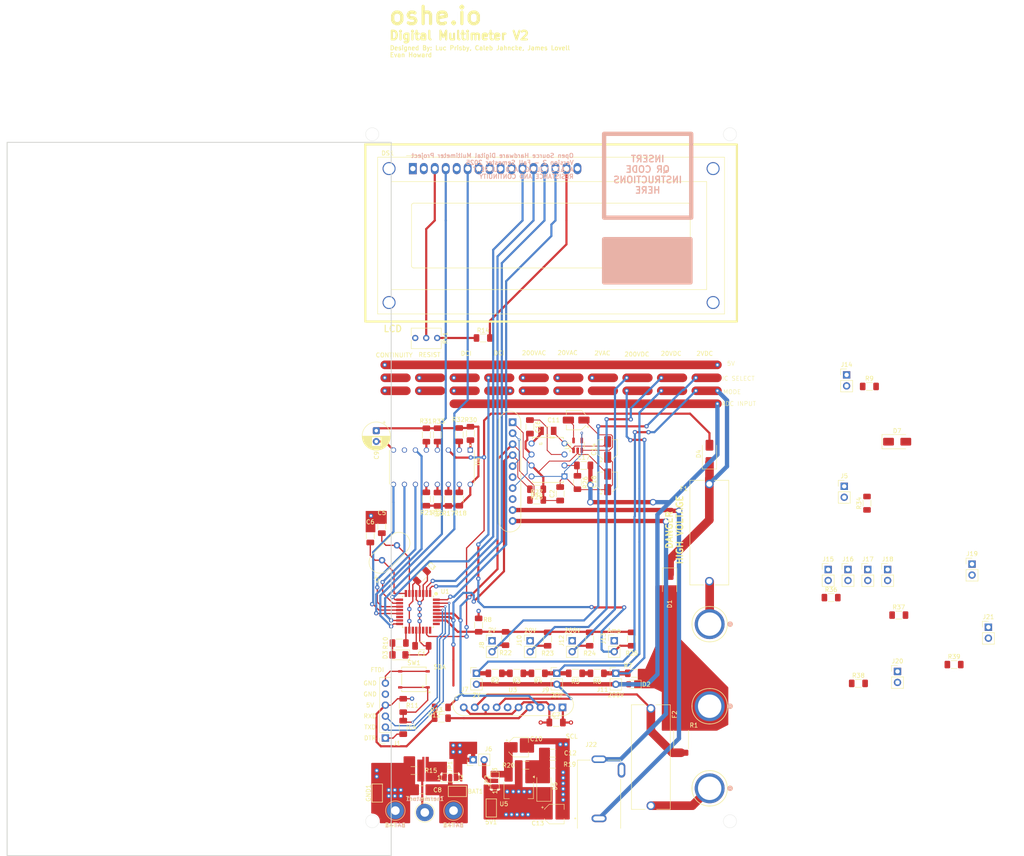
<source format=kicad_pcb>
(kicad_pcb (version 20241229) (generator "pcbnew") (generator_version "9.0")
  (title_block (title "OSHE DMM") (date "2025-02-10") (rev "V1") (company "Open Source Hardware Enterprise"))
  (layers (0 "F.Cu" signal) (4 "In1.Cu" signal) (6 "In2.Cu" signal) (2 "B.Cu" signal) (13 "F.Paste" user) (15 "B.Paste" user) (5 "F.SilkS" user "F.Silkscreen") (7 "B.SilkS" user "B.Silkscreen") (1 "F.Mask" user) (3 "B.Mask" user) (25 "Edge.Cuts" user))
  (net 0 "")
  (net 1 "Net-(JP1-C)")
  (net 2 "GND")
  (net 3 "Net-(U1-AREF)")
  (net 4 "+5V")
  (net 5 "Net-(U1-XTAL1{slash}PB6)")
  (net 6 "Net-(U1-XTAL2{slash}PB7)")
  (net 7 "DTR")
  (net 8 "Net-(U1-~{RESET}{slash}PC6)")
  (net 9 "9V_BAT_IN")
  (net 10 "Net-(JP2-B)")
  (net 11 "Net-(D5-A)")
  (net 12 "Net-(D3-A)")
  (net 13 "RXD")
  (net 14 "TXD")
  (net 15 "2V_Rang")
  (net 16 "BMS_BAT_IN")
  (net 17 "SCK{slash}D13")
  (net 18 "TS")
  (net 19 "D9")
  (net 20 "A2")
  (net 21 "A7")
  (net 22 "A1")
  (net 23 "A0")
  (net 24 "SDA")
  (net 25 "D5")
  (net 26 "MISO{slash}D12")
  (net 27 "D2")
  (net 28 "D4")
  (net 29 "SCL")
  (net 30 "D8")
  (net 31 "D10")
  (net 32 "D7")
  (net 33 "A6")
  (net 34 "MOSI{slash}D11")
  (net 35 "A3")
  (net 36 "D6")
  (net 37 "D3")
  (net 38 "Net-(U3-AIN2)")
  (net 39 "Net-(U3-ALERT{slash}RDY)")
  (net 43 "Net-(DS1-VO)")
  (net 45 "Net-(DS1-LED(+))")
  (net 46 "Net-(J6-Pin_2)")
  (net 47 "20V_Rang")
  (net 48 "Net-(U4-X0)")
  (net 49 "Current_Input")
  (net 50 "Voltage_Input")
  (net 51 "200V_Rang")
  (net 52 "V_ADC_Input")
  (net 53 "Net-(J8-Pin_2)")
  (net 54 "Net-(J10-Pin_2)")
  (net 55 "Net-(J12-Pin_2)")
  (net 56 "Net-(J13-Pin_2)")
  (net 57 "Net-(R2-Pad2)")
  (net 58 "Net-(R3-Pad2)")
  (net 59 "Net-(R5-Pad2)")
  (net 60 "Net-(U4-X1)")
  (net 61 "Net-(U4-X2)")
  (net 62 "Net-(U4-X3)")
  (net 63 "Net-(U4-X4)")
  (net 64 "Net-(U4-X5)")
  (net 65 "Net-(U4-X6)")
  (net 66 "Net-(U4-X7)")
  (net 68 "Net-(J5-Pin_2)")
  (net 69 "Net-(J14-Pin_2)")
  (net 70 "Net-(U7-C_{FLY+})")
  (net 71 "Net-(J16-Pin_2)")
  (net 72 "Net-(U7-C_{FLY-})")
  (net 73 "Net-(J18-Pin_2)")
  (net 74 "Net-(U2--Vs)")
  (net 75 "Net-(J20-Pin_2)")
  (net 76 "Net-(J21-Pin_2)")
  (net 77 "Net-(U2-Cav)")
  (net 78 "Net-(U2-OUTPUT)")
  (net 79 "Net-(U2-Vin)")
  (net 81 "Net-(U2-Cf)")
  (net 82 "Net-(U8-AIN3)")
  (net 83 "Net-(U8-AIN2)")
  (footprint "TestPoint:TestPoint_Keystone_5019_Minature" (layer "F.Cu") (at 142.7984 218.3212 180)
    (property "Reference" "BAT1")
    (property "Value" "TestPoint")
  )
  (footprint "Resistor_SMD:R_1206_3216Metric_Pad1.30x1.75mm_HandSolder" (layer "F.Cu") (at 130.265 198.4255 90)
    (property "Reference" "R11")
    (property "Value" "10k")
  )
  (footprint "Potentiometer_THT:Potentiometer_Bourns_3266Y_Vertical" (layer "F.Cu") (at 138.13 113.378)
    (property "Reference" "RV1")
    (property "Value" "10k - Pot")
  )
  (footprint "Display:WC1602A" (layer "F.Cu") (at 132.49 74.1745)
    (property "Reference" "DS1")
    (property "Value" "WC1602A")
  )
  (footprint "Capacitor_SMD:C_1206_3216Metric_Pad1.33x1.80mm_HandSolder" (layer "F.Cu") (at 134.6704 217.9402 180)
    (property "Reference" "C8")
    (property "Value" "10uF")
  )
  (footprint "Connector_PinHeader_2.54mm:PinHeader_1x02_P2.54mm_Vertical" (layer "F.Cu") (at 261.92 165.713)
    (property "Reference" "J19")
    (property "Value" "AC Voltage Range 1")
  )
  (footprint "Resistor_SMD:R_1206_3216Metric_Pad1.30x1.75mm_HandSolder" (layer "F.Cu") (at 257.76 188.968)
    (property "Reference" "R39")
    (property "Value" "R?")
  )
  (footprint "Diode_SMD:D_0805_2012Metric_Pad1.15x1.40mm_HandSolder" (layer "F.Cu") (at 183.4818 193.5308 180)
    (property "Reference" "D2")
    (property "Value" "VS4V8BU1ART7R")
  )
  (footprint "Capacitor_SMD:C_1206_3216Metric_Pad1.33x1.80mm_HandSolder" (layer "F.Cu") (at 165.6525 202.378)
    (property "Reference" "C7")
    (property "Value" "0.1uF")
  )
  (footprint "Resistor_SMD:R_1206_3216Metric_Pad1.30x1.75mm_HandSolder" (layer "F.Cu") (at 183.794 190.9908)
    (property "Reference" "R7")
    (property "Value" "10k")
  )
  (footprint "Resistor_SMD:R_1206_3216Metric_Pad1.30x1.75mm_HandSolder" (layer "F.Cu") (at 145.82 135.468 -90)
    (property "Reference" "R30")
    (property "Value" "100k")
  )
  (footprint "Resistor_SMD:R_1206_3216Metric_Pad1.30x1.75mm_HandSolder" (layer "F.Cu") (at 170.59 146.828 -90)
    (property "Reference" "R26")
    (property "Value" "1M")
  )
  (footprint "Capacitor_SMD:C_1206_3216Metric_Pad1.33x1.80mm_HandSolder" (layer "F.Cu") (at 134.575 184.6346 180)
    (property "Reference" "C1")
    (property "Value" "0.1uF")
  )
  (footprint "DMM_Footprint_Library:FUSE_4628" (layer "F.Cu") (at 187.59 210.378 90)
    (property "Reference" "F2")
    (property "Value" "5A")
  )
  (footprint "Package_TO_SOT_SMD:SOT-23-5" (layer "F.Cu") (at 170.64 138.2405 90)
    (property "Reference" "U7")
    (property "Value" "TPS60400DBV")
  )
  (footprint "ZC261500:MODULE_ZC261500" (layer "F.Cu") (at 155.7 192.2105)
    (property "Reference" "U3")
    (property "Value" "ADS1115IDGS")
  )
  (footprint "footprints:SAMESKY_MJ-3536N" (layer "F.Cu") (at 175.59 224.578)
    (property "Reference" "J22")
    (property "Value" "MJ-3536N")
  )
  (footprint "Package_QFP:TQFP-32_7x7mm_P0.8mm" (layer "F.Cu") (at 133.686 176.7606 -90)
    (property "Reference" "U1")
    (property "Value" "ATmega328P-A")
  )
  (footprint "TestPoint:TestPoint_THTPad_D4.0mm_Drill2.0mm" (layer "F.Cu") (at 128.4474 222.7662 180)
    (property "Reference" "BAT-1")
    (property "Value" "Pad")
  )
  (footprint "Capacitor_THT:CP_Radial_D6.3mm_P2.50mm" (layer "F.Cu") (at 124.03 134.838 -90)
    (property "Reference" "C9")
    (property "Value" "220u")
  )
  (footprint "Resistor_SMD:R_1206_3216Metric_Pad1.30x1.75mm_HandSolder" (layer "F.Cu") (at 161.4928 190.9908)
    (property "Reference" "R4")
    (property "Value" "100k")
  )
  (footprint "Resistor_SMD:R_1206_3216Metric_Pad1.30x1.75mm_HandSolder" (layer "F.Cu") (at 143.26 150.658 90)
    (property "Reference" "R18")
    (property "Value" "1k")
  )
  (footprint "Capacitor_SMD:C_1206_3216Metric_Pad1.33x1.80mm_HandSolder" (layer "F.Cu") (at 164.871 209.482)
    (property "Reference" "C12")
    (property "Value" "10uF")
  )
  (footprint "Resistor_SMD:R_1206_3216Metric_Pad1.30x1.75mm_HandSolder" (layer "F.Cu") (at 164.871 212.022)
    (property "Reference" "R19")
    (property "Value" "1.2k")
  )
  (footprint "footprints:CAPC3216X190N" (layer "F.Cu") (at 163.63 134.878 180)
    (property "Reference" "C15")
    (property "Value" "100uF")
  )
  (footprint "TestPoint:TestPoint_THTPad_D4.0mm_Drill2.0mm" (layer "F.Cu") (at 141.9094 222.7662 180)
    (property "Reference" "BAT+1")
    (property "Value" "Pad")
  )
  (footprint "Connector_PinSocket_2.54mm:PinSocket_1x06_P2.54mm_Vertical" (layer "F.Cu") (at 126.144 205.981 180)
    (property "Reference" "J1")
    (property "Value" "FTDI Basic")
  )
  (footprint "Diode_SMD:D_SMA" (layer "F.Cu") (at 191.922 170.112 -90)
    (property "Reference" "D1")
    (property "Value" "SMAJ200CA")
  )
  (footprint "Resistor_SMD:R_1206_3216Metric_Pad1.30x1.75mm_HandSolder" (layer "F.Cu") (at 138.19 150.698 90)
    (property "Reference" "R16")
    (property "Value" "49.5")
  )
  (footprint "Capacitor_SMD:C_1206_3216Metric_Pad1.33x1.80mm_HandSolder" (layer "F.Cu") (at 122.64673 159.149269 -90)
    (property "Reference" "C6")
    (property "Value" "22pF")
  )
  (footprint "Resistor_SMD:R_1206_3216Metric_Pad1.30x1.75mm_HandSolder" (layer "F.Cu") (at 135.62 135.828 -90)
    (property "Reference" "R31")
    (property "Value" "1M")
  )
  (footprint "Connector_PinHeader_2.54mm:PinHeader_1x02_P2.54mm_Vertical" (layer "F.Cu") (at 146.451 211.006 90)
    (property "Reference" "J6")
    (property "Value" "ON/OFF")
  )
  (footprint "Connector_PinHeader_2.54mm:PinHeader_1x02_P2.54mm_Vertical" (layer "F.Cu") (at 159.634 183.4674)
    (property "Reference" "J10")
    (property "Value" "Voltage Range 2")
  )
  (footprint "Diode_SMD:D_SMA" (layer "F.Cu") (at 244.59 137.378)
    (property "Reference" "D7")
    (property "Value" "SMAJ200A")
  )
  (footprint "Resistor_SMD:R_1206_3216Metric_Pad1.30x1.75mm_HandSolder" (layer "F.Cu") (at 153.949 182.939 -90)
    (property "Reference" "R22")
    (property "Value" "180")
  )
  (footprint "footprints:PDIP-8_N" (layer "F.Cu") (at 159.97 137.798 180)
    (property "Reference" "U2")
    (property "Value" "AD736")
  )
  (footprint "Connector_PinHeader_2.54mm:PinHeader_1x02_P2.54mm_Vertical" (layer "F.Cu") (at 179.1056 183.447)
    (property "Reference" "J13")
    (property "Value" "DC Current Indication")
  )
  (footprint "DMM_Footprint_Library:FUSE_4628" (layer "F.Cu") (at 201.1168 158.428 90)
    (property "Reference" "F1")
    (property "Value" "500mA")
  )
  (footprint "Capacitor_SMD:C_1206_3216Metric_Pad1.33x1.80mm_HandSolder" (layer "F.Cu") (at 134.5942 168.461 45)
    (property "Reference" "C3")
    (property "Value" "0.1uF")
  )
  (footprint "Resistor_SMD:R_1206_3216Metric_Pad1.30x1.75mm_HandSolder" (layer "F.Cu") (at 161.14 148.378 180)
    (property "Reference" "R28")
    (property "Value" "10k")
  )
  (footprint "Resistor_SMD:R_1206_3216Metric_Pad1.30x1.75mm_HandSolder" (layer "F.Cu") (at 163.6878 183.066 -90)
    (property "Reference" "R23")
    (property "Value" "680")
  )
  (footprint "DMM_Footprint_Library:CONN_575-8_KEY" (layer "F.Cu") (at 201.193 198.61)
    (property "Reference" "J3")
    (property "Value" "GND")
  )
  (footprint "Resistor_SMD:R_1206_3216Metric_Pad1.30x1.75mm_HandSolder" (layer "F.Cu") (at 143.23 135.758 -90)
    (property "Reference" "R32")
    (property "Value" "4.99M")
  )
  (footprint "Resistor_SMD:R_1206_3216Metric_Pad1.30x1.75mm_HandSolder" (layer "F.Cu") (at 183.1188 183.066 -90)
    (property "Reference" "R25")
    (property "Value" "R?")
  )
  (footprint "Resistor_SMD:R_1206_3216Metric_Pad1.30x1.75mm_HandSolder" (layer "F.Cu") (at 244.97 177.518)
    (property "Reference" "R37")
    (property "Value" "3k")
  )
  (footprint "Resistor_SMD:R_1206_3216Metric_Pad1.30x1.75mm_HandSolder" (layer "F.Cu") (at 235.62 193.328)
    (property "Reference" "R38")
    (property "Value" "1.8k")
  )
  (footprint "Capacitor_SMD:CP_Elec_4x4.5" (layer "F.Cu") (at 165.252 223.579)
    (property "Reference" "C13")
    (property "Value" "1uF")
  )
  (footprint "Resistor_SMD:R_1206_3216Metric_Pad1.30x1.75mm_HandSolder" (layer "F.Cu") (at 156.5144 190.9908)
    (property "Reference" "R3")
    (property "Value" "330k")
  )
  (footprint "Resistor_SMD:R_1206_3216Metric_Pad1.30x1.75mm_HandSolder" (layer "F.Cu") (at 138.21 135.808 -90)
    (property "Reference" "R33")
    (property "Value" "10M")
  )
  (footprint "Connector_PinHeader_2.54mm:PinHeader_1x02_P2.54mm_Vertical" (layer "F.Cu") (at 242.39 166.968)
    (property "Reference" "J18")
    (property "Value" "AC Voltage Range 3")
  )
  (footprint "Resistor_SMD:R_1206_3216Metric_Pad1.30x1.75mm_HandSolder" (layer "F.Cu") (at 132.7654 213.4952 180)
    (property "Reference" "R15")
    (property "Value" "10k")
  )
  (footprint "Resistor_SMD:R_1206_3216Metric_Pad1.30x1.75mm_HandSolder" (layer "F.Cu") (at 148.78 113.378)
    (property "Reference" "R14")
    (property "Value" "390")
  )
  (footprint "Capacitor_SMD:CP_Elec_4x4.5" (layer "F.Cu") (at 177.59 139.178 90)
    (property "Reference" "C14")
    (property "Value" "1uF")
  )
  (footprint "Capacitor_SMD:C_1206_3216Metric_Pad1.33x1.80mm_HandSolder" (layer "F.Cu") (at 166.59 149.4405 90)
    (property "Reference" "C2")
    (property "Value" "0.1uF")
  )
  (footprint "Resistor_SMD:R_1206_3216Metric_Pad1.30x1.75mm_HandSolder" (layer "F.Cu") (at 147.72 179.828 -90)
    (property "Reference" "R8")
    (property "Value" "1k")
  )
  (footprint "Crystal:Crystal_HC49-U_Vertical" (layer "F.Cu") (at 125.359319 164.818681 45)
    (property "Reference" "Y1")
    (property "Value" "16MHz")
  )
  (footprint "Connector_PinHeader_2.54mm:PinHeader_1x02_P2.54mm_Vertical" (layer "F.Cu") (at 228.62 166.968)
    (property "Reference" "J15")
    (property "Value" "AC Voltage Range 2")
  )
  (footprint "Connector_PinHeader_2.54mm:PinHeader_1x02_P2.54mm_Vertical" (layer "F.Cu") (at 232.89 121.928)
    (property "Reference" "J14")
    (property "Value" "Continuity")
  )
  (footprint "Diode_SMD:D_SMA" (layer "F.Cu") (at 201.15 140.198 90)
    (property "Reference" "D4")
    (property "Value" "SMAJ200A")
  )
  (footprint "Resistor_SMD:R_1206_3216Metric_Pad1.30x1.75mm_HandSolder" (layer "F.Cu") (at 175.158 190.9908)
    (property "Reference" "R6")
    (property "Value" "43k")
  )
  (footprint "Resistor_SMD:R_1206_3216Metric_Pad1.30x1.75mm_HandSolder" (layer "F.Cu") (at 139.09 201.378)
    (property "Reference" "R13")
    (property "Value" "10k")
  )
  (footprint "Capacitor_SMD:CP_Elec_4x4.5" (layer "F.Cu") (at 177.59 146.678 90)
    (property "Reference" "C18")
    (property "Value" "1uF")
  )
  (footprint "Connector_PinHeader_2.54mm:PinHeader_1x02_P2.54mm_Vertical" (layer "F.Cu") (at 147.218 190.9908)
    (property "Reference" "J7")
    (property "Value" "Voltage Range 1")
  )
  (footprint "ZC261500:MODULE_ZC261500" (layer "F.Cu") (at 148.9225 144.308 90)
    (property "Reference" "U8")
    (property "Value" "ADS1115IDGS")
  )
  (footprint "Connector_PinHeader_2.54mm:PinHeader_1x02_P2.54mm_Vertical" (layer "F.Cu") (at 179.476 190.9908)
    (property "Reference" "J11")
    (property "Value" "Voltage Range 3")
  )
  (footprint "Jumper:SolderJumper-3_P1.3mm_Open_Pad1.0x1.5mm_NumberLabels" (layer "F.Cu") (at 151.4852 215.8828 90)
    (property "Reference" "JP2")
    (property "Value" "SolderJumper")
  )
  (footprint "Capacitor_SMD:C_1206_3216Metric_Pad1.33x1.80mm_HandSolder" (layer "F.Cu") (at 130.265 203.5055 -90)
    (property "Reference" "C4")
    (property "Value" "0.1uF")
  )
  (footprint "Connector_PinHeader_2.54mm:PinHeader_1x02_P2.54mm_Vertical" (layer "F.Cu") (at 237.8 166.968)
    (property "Reference" "J17")
    (property "Value" "AC Voltage Range 3")
  )
  (footprint "Package_TO_SOT_SMD:SOT-223-3_TabPin2" (layer "F.Cu") (at 156.997 218.0926 -90)
    (property "Reference" "U5")
    (property "Value" "LM317_SOT-223")
  )
  (footprint "Resistor_SMD:R_1206_3216Metric_Pad1.30x1.75mm_HandSolder" (layer "F.Cu") (at 173.416 183.066 -90)
    (property "Reference" "R24")
    (property "Value" "1.2k")
  )
  (footprint "Resistor_SMD:R_2512_6332Metric_Pad1.40x3.35mm_HandSolder" (layer "F.Cu") (at 194.59 206.328 90)
    (property "Reference" "R1")
    (property "Value" "0.05")
  )
  (footprint "Connector_PinHeader_2.54mm:PinHeader_1x02_P2.54mm_Vertical" (layer "F.Cu") (at 169.365 183.447)
    (property "Reference" "J12")
    (property "Value" "Voltage Range 3")
  )
  (footprint "Resistor_SMD:R_1206_3216Metric_Pad1.30x1.75mm_HandSolder" (layer "F.Cu") (at 229.3 173.468)
    (property "Reference" "R36")
    (property "Value" "2.4k")
  )
  (footprint "Connector_PinHeader_2.54mm:PinHeader_1x02_P2.54mm_Vertical" (layer "F.Cu") (at 244.67 190.558)
    (property "Reference" "J20")
    (property "Value" "AC Voltage Range 1")
  )
  (footprint "Connector_PinHeader_2.54mm:PinHeader_1x02_P2.54mm_Vertical" (layer "F.Cu") (at 233.21 166.968)
    (property "Reference" "J16")
    (property "Value" "AC Voltage Range 2")
  )
  (footprint "DMM_Footprint_Library:CONN_575-8_KEY" (layer "F.Cu") (at 201.193 179.61)
    (property "Reference" "J2")
    (property "Value" "Voltage")
  )
  (footprint "Resistor_SMD:R_1206_3216Metric_Pad1.30x1.75mm_HandSolder" (layer "F.Cu") (at 135.62 150.648 90)
    (property "Reference" "R21")
    (property "Value" "10k")
  )
  (footprint "Resistor_SMD:R_1206_3216Metric_Pad1.30x1.75mm_HandSolder" (layer "F.Cu") (at 161.14 150.878)
    (property "Reference" "R27")
    (property "Value" "10k")
  )
  (footprint "Resistor_SMD:R_1206_3216Metric_Pad1.30x1.75mm_HandSolder" (layer "F.Cu") (at 151.536 190.9908)
    (property "Reference" "R2")
    (property "Value" "470k")
  )
  (footprint "TestPoint:TestPoint_Keystone_5019_Minature" (layer "F.Cu") (at 124.2564 218.7022 -90)
    (property "Reference" "GND1")
    (property "Value" "TestPoint")
  )
  (footprint "Capacitor_SMD:CP_Elec_4x4.5" (layer "F.Cu") (at 170.29 132.378 180)
    (property "Reference" "C11")
    (property "Value" "1uF")
  )
  (footprint "DMM_Footprint_Library:CONN_575-8_KEY" (layer "F.Cu") (at 201.193 217.61)
    (property "Reference" "J4")
    (property "Value" "Current")
  )
  (footprint "Capacitor_SMD:CP_Elec_4x4.5" (layer "F.Cu") (at 156.997 208.085)
    (property "Reference" "C10")
    (property "Value" "1uF")
  )
  (footprint "Resistor_SMD:R_1206_3216Metric_Pad1.30x1.75mm_HandSolder" (layer "F.Cu") (at 170.1288 190.9908)
    (property "Reference" "R5")
    (property "Value" "47k")
  )
  (footprint "TestPoint:TestPoint_Keystone_5019_Minature" (layer "F.Cu") (at 150.647 222.1566 90)
    (property "Reference" "5V1")
    (property "Value" "TestPoint")
  )
  (footprint "Connector_PinHeader_2.54mm:PinHeader_1x02_P2.54mm_Vertical" (layer "F.Cu") (at 165.8108 190.9858)
    (property "Reference" "J9")
    (property "Value" "Voltage Range 2")
  )
  (footprint "Diode_SMD:D_SMA" (layer "F.Cu") (at 162.839 217.102 90)
    (property "Reference" "D5")
    (property "Value" "S1B")
  )
  (footprint "LED_SMD:LED_1206_3216Metric_Pad1.42x1.75mm_HandSolder" (layer "F.Cu") (at 129.2856 186.7236 180)
    (property "Reference" "D3")
    (property "Value" "Green")
  )
  (footprint "Jumper:SolderJumper-3_P1.3mm_Open_Pad1.0x1.5mm_NumberLabels" (layer "F.Cu") (at 141.1474 215.1462)
    (property "Reference" "JP1")
    (property "Value" "SolderJumper")
  )
  (footprint "Resistor_SMD:R_1206_3216Metric_Pad1.30x1.75mm_HandSolder" (layer "F.Cu") (at 129.3364 183.9804)
    (property "Reference" "R10")
    (property "Value" "390")
  )
  (footprint "Capacitor_SMD:C_1206_3216Metric_Pad1.33x1.80mm_HandSolder" (layer "F.Cu") (at 172.0275 142.878)
    (property "Reference" "C17")
    (property "Value" "10uF")
  )
  (footprint "Capacitor_SMD:C_1206_3216Metric_Pad1.33x1.80mm_HandSolder" (layer "F.Cu") (at 125.31373 156.990269 90)
    (property "Reference" "C5")
    (property "Value" "22pF")
  )
  (footprint "MAX4617CPE:DIP794W47P254L1943H457Q16" (layer "F.Cu") (at 136.9 143.288 -90)
    (property "Reference" "U4")
    (property "Value" "MAX4617CPE")
  )
  (footprint "Resistor_SMD:R_1206_3216Metric_Pad1.30x1.75mm_HandSolder" (layer "F.Cu") (at 139.09 198.878)
    (property "Reference" "R12")
    (property "Value" "10k")
  )
  (footprint "Connector_PinHeader_2.54mm:PinHeader_1x02_P2.54mm_Vertical" (layer "F.Cu") (at 265.71 180.318)
    (property "Reference" "J21")
    (property "Value" "AC Current Indication")
  )
  (footprint "Connector_PinHeader_2.54mm:PinHeader_1x02_P2.54mm_Vertical" (layer "F.Cu") (at 232.34 147.708)
    (property "Reference" "J5")
    (property "Value" "Resistance Meas")
  )
  (footprint "Resistor_SMD:R_1206_3216Metric_Pad1.30x1.75mm_HandSolder" (layer "F.Cu") (at 140.72 150.688 90)
    (property "Reference" "R17")
    (property "Value" "100")
  )
  (footprint "Resistor_SMD:R_1206_3216Metric_Pad1.30x1.75mm_HandSolder" (layer "F.Cu") (at 158.648 212.276)
    (property "Reference" "R20")
    (property "Value" "390")
  )
  (footprint "Resistor_SMD:R_1206_3216Metric_Pad1.30x1.75mm_HandSolder" (layer "F.Cu") (at 237.61 151.618 90)
    (property "Reference" "R34")
    (property "Value" "R?")
  )
  (footprint "Connector_PinHeader_2.54mm:PinHeader_1x02_P2.54mm_Vertical" (layer "F.Cu") (at 150.82 183.468)
    (property "Reference" "J8")
    (property "Value" "Voltage Range 1")
  )
  (footprint "Resistor_SMD:R_1206_3216Metric_Pad1.30x1.75mm_HandSolder" (layer "F.Cu") (at 238.16 124.598)
    (property "Reference" "R9")
    (property "Value" "R?")
  )
  (footprint "TestPoint:TestPoint_THTPad_D4.0mm_Drill2.0mm" (layer "F.Cu") (at 135.2594 223.198)
    (property "Reference" "Thermistor1")
    (property "Value" "Pad")
  )
  (footprint "DMM_Footprint_Library:SMT_FS" (layer "F.Cu") (at 132.748 192.392 180)
    (property "Reference" "SW1")
    (property "Value" "PTS526 SK15 SMTR2 LFS")
  )
  (footprint "Capacitor_SMD:C_1206_3216Metric_Pad1.33x1.80mm_HandSolder" (layer "F.Cu") (at 159.59 133.9405 -90)
    (property "Reference" "C16")
    (property "Value" "10uF")
  )
  (gr_line (start 133.99 125.598) (end 138.99 125.598) (stroke (width 2)) (layer "F.Cu"))
  (gr_line (start 189.99 125.598) (end 194.99 125.598) (stroke (width 2)) (layer "F.Cu") (net 47))
  (gr_line (start 173.99 122.598) (end 178.99 122.598) (stroke (width 2)) (layer "F.Cu") (net 56))
  (gr_line (start 133.99 122.598) (end 138.99 122.598) (stroke (width 2)) (layer "F.Cu"))
  (gr_line (start 149.99 125.598) (end 154.99 125.598) (stroke (width 2)) (layer "F.Cu"))
  (gr_line (start 197.99 125.598) (end 202.99 125.598) (stroke (width 2)) (layer "F.Cu") (net 15))
  (gr_line (start 141.99 122.598) (end 146.99 122.598) (stroke (width 2)) (layer "F.Cu"))
  (gr_line (start 141.99 125.598) (end 146.99 125.598) (stroke (width 2)) (layer "F.Cu"))
  (gr_line (start 181.99 122.598) (end 186.99 122.598) (stroke (width 2)) (layer "F.Cu") (net 55))
  (gr_line (start 125.99 125.598) (end 130.99 125.598) (stroke (width 2)) (layer "F.Cu"))
  (gr_line (start 125.99 122.598) (end 130.99 122.598) (stroke (width 2)) (layer "F.Cu"))
  (gr_line (start 202.99 119.598) (end 125.99 119.598) (stroke (width 2)) (layer "F.Cu"))
  (gr_line (start 157.99 122.598) (end 162.99 122.598) (stroke (width 2)) (layer "F.Cu"))
  (gr_line (start 202.99 128.598) (end 141.99 128.598) (stroke (width 2)) (layer "F.Cu") (net 52))
  (gr_line (start 149.99 122.598) (end 154.99 122.598) (stroke (width 2)) (layer "F.Cu") (net 56))
  (gr_line (start 157.99 125.598) (end 162.99 125.598) (stroke (width 2)) (layer "F.Cu"))
  (gr_line (start 181.99 125.598) (end 186.99 125.598) (stroke (width 2)) (layer "F.Cu") (net 51))
  (gr_line (start 165.99 122.598) (end 170.99 122.598) (stroke (width 2)) (layer "F.Cu"))
  (gr_line (start 165.99 125.598) (end 170.99 125.598) (stroke (width 2)) (layer "F.Cu"))
  (gr_line (start 173.99 125.598) (end 178.99 125.598) (stroke (width 2)) (layer "F.Cu"))
  (gr_line (start 197.99 122.598) (end 202.99 122.598) (stroke (width 2)) (layer "F.Cu") (net 53))
  (gr_line (start 189.99 122.598) (end 194.99 122.598) (stroke (width 2)) (layer "F.Cu") (net 54))
  (gr_rect (start 121.5005 68.577) (end 207.5005 109.577) (stroke (width 0.5)) (fill no) (layer "F.SilkS"))
  (gr_rect (start 176.7582 90.5084) (end 196.7582 100.5084) (stroke (width 1)) (fill yes) (layer "B.SilkS"))
  (gr_rect (start 176.7582 66.1244) (end 196.9258 85.53) (stroke (width 1)) (fill no) (layer "B.SilkS"))
  (gr_circle (center 205.892 66.226) (end 207.416 66.226) (stroke (width 0.05)) (fill no) (layer "Edge.Cuts"))
  (gr_circle (center 123.088 225.23) (end 124.612 225.23) (stroke (width 0.05)) (fill no) (layer "Edge.Cuts"))
  (gr_rect (start 38.59 68.098) (end 127.49 233.198) (stroke (width 0.2)) (fill no) (layer "Edge.Cuts"))
  (gr_circle (center 205.892 225.23) (end 207.416 225.23) (stroke (width 0.05)) (fill no) (layer "Edge.Cuts"))
  (gr_circle (center 123.088 66.226) (end 124.612 66.226) (stroke (width 0.05)) (fill no) (layer "Edge.Cuts"))
  (gr_text "DCI" (at 144.84 117.558 0) (layer "F.SilkS") (effects (font (size 1 1)) (justify bottom)))
  (gr_text "20V" (at 159.664 181.669 0) (layer "F.SilkS") (effects (font (size 1 1)) (justify bottom)))
  (gr_text "200V" (at 179.476 196.5788 0) (layer "F.SilkS") (effects (font (size 1 1)) (justify bottom)))
  (gr_text "20V" (at 165.8108 196.655 0) (layer "F.SilkS") (effects (font (size 1 1)) (justify bottom)))
  (gr_text "TXD" (at 122.588 203.441 0) (layer "F.SilkS") (effects (font (size 1 1))))
  (gr_text "2V" (at 150.8 181.588 0) (layer "F.SilkS") (effects (font (size 1 1)) (justify bottom)))
  (gr_text "5V" (at 122.588 198.361 0) (layer "F.SilkS") (effects (font (size 1 1))))
  (gr_text "LCD" (at 127.85 111.238 0) (layer "F.SilkS") (effects (font (size 1.5 1.5) (thickness 0.25) (bold yes))))
  (gr_text "RXD" (at 122.588 200.901 0) (layer "F.SilkS") (effects (font (size 1 1))))
  (gr_text "DTR" (at 122.588 205.981 0) (layer "F.SilkS") (effects (font (size 1 1))))
  (gr_text "oshe.io" (at 126.58 38.808 0) (layer "F.SilkS") (effects (font (size 4 4) (thickness 0.75) (bold yes)) (justify left)))
  (gr_text "Digital Multimeter V2" (at 126.834 43.38 0) (layer "F.SilkS") (effects (font (size 2 2) (thickness 0.5) (bold yes)) (justify left)))
  (gr_text "MODE" (at 204.28 126.448 0) (layer "F.SilkS") (effects (font (size 1 1) (thickness 0.1)) (justify left bottom)))
  (gr_text "Amp" (at 179.095 181.669 0) (layer "F.SilkS") (effects (font (size 1 1)) (justify bottom)))
  (gr_text "GND" (at 122.588 195.821 0) (layer "F.SilkS") (effects (font (size 1 1))))
  (gr_text "200V" (at 169.443 181.669 0) (layer "F.SilkS") (effects (font (size 1 1)) (justify bottom)))
  (gr_text "Designed By: Luc Prisby, Caleb Jahncke, James Lovell\nEvan Howard" (at 127.088 47.063 0) (layer "F.SilkS") (effects (font (size 1 1) (thickness 0.2) (bold yes)) (justify left)))
  (gr_text "2VAC" (at 176.37 117.478 0) (layer "F.SilkS") (effects (font (size 1 1)) (justify bottom)))
  (gr_text "20VDC" (at 192.28 117.568 0) (layer "F.SilkS") (effects (font (size 1 1)) (justify bottom)))
  (gr_text "IC SELECT" (at 203.97 123.338 0) (layer "F.SilkS") (effects (font (size 1 1) (thickness 0.1)) (justify left bottom)))
  (gr_text "GND" (at 122.588 193.281 0) (layer "F.SilkS") (effects (font (size 1 1))))
  (gr_text "2VDC" (at 200.05 117.568 0) (layer "F.SilkS") (effects (font (size 1 1)) (justify bottom)))
  (gr_text "ADC INPUT" (at 203.9 129.178 0) (layer "F.SilkS") (effects (font (size 1 1) (thickness 0.1)) (justify left bottom)))
  (gr_text "20VAC" (at 168.31 117.398 0) (layer "F.SilkS") (effects (font (size 1 1)) (justify bottom)))
  (gr_text "CONTINUITY" (at 128.17 117.928 0) (layer "F.SilkS") (effects (font (size 1 1)) (justify bottom)))
  (gr_text "200VDC" (at 184.35 117.738 0) (layer "F.SilkS") (effects (font (size 1 1)) (justify bottom)))
  (gr_text "SDA" (at 138.709 189.543 0) (layer "F.SilkS") (effects (font (size 1 1))))
  (gr_text "200VAC" (at 160.54 117.438 0) (layer "F.SilkS") (effects (font (size 1 1)) (justify bottom)))
  (gr_text "5V" (at 205.15 119.858 0) (layer "F.SilkS") (effects (font (size 1 1) (thickness 0.1)) (justify left bottom)))
  (gr_text "DCI" (at 152.44 117.458 0) (layer "F.SilkS") (effects (font (size 1 1)) (justify bottom)))
  (gr_text "2V" (at 147.218 196.655 0) (layer "F.SilkS") (effects (font (size 1 1)) (justify bottom)))
  (gr_text "DANGER\nHIGH VOLTAGE" (at 193.05 157.798 90) (layer "F.SilkS") (effects (font (size 1.5 1.5) (thickness 0.3) (bold yes))))
  (gr_text "RESIST" (at 136.34 117.858 0) (layer "F.SilkS") (effects (font (size 1 1)) (justify bottom)))
  (gr_text "SCL" (at 169.2652 205.5958 0) (layer "F.SilkS") (effects (font (size 1 1))))
  (gr_text "FTDI" (at 124.2755 190.1965 0) (layer "F.SilkS") (effects (font (size 1 1))))
  (gr_text "Open Source Hardware Digital Multimeter Project\nVersion 2 - Fall Semester 2025\nAC&DC VOLTAGE AND CURRENT\nRESISTANCE AND CONTINUITY" (at 169.824 73.592 0) (layer "B.SilkS") (effects (font (size 1 1) (thickness 0.2) (bold yes)) (justify left mirror)))
  (gr_text "BAT-1" (at 128.422 226.119 0) (layer "B.SilkS") (effects (font (size 1 1)) (justify mirror)))
  (gr_text "Thermistor1" (at 135.28 220.023 0) (layer "B.SilkS") (effects (font (size 1 1)) (justify mirror)))
  (gr_text "INSERT\nQR CODE\nINSTRUCTIONS\nHERE" (at 186.842 71.052 0) (layer "B.SilkS") (effects (font (size 1.5 1.5) (thickness 0.3) (bold yes)) (justify top mirror)))
  (gr_text "BAT+1" (at 141.884 226.119 0) (layer "B.SilkS") (effects (font (size 1 1)) (justify mirror)))
  (via (at 125.99 119.598) (size 1) (drill 0.5) (layers "F.Cu" "B.Cu") (net 0))
  (via (at 165.99 125.608) (size 1) (drill 0.5) (layers "F.Cu" "B.Cu") (net 0))
  (via (at 125.99 125.578) (size 1) (drill 0.5) (layers "F.Cu" "B.Cu") (net 0))
  (via (at 202.99 119.598) (size 1) (drill 0.5) (layers "F.Cu" "B.Cu") (net 0))
  (via (at 125.99 122.578) (size 1) (drill 0.5) (layers "F.Cu" "B.Cu") (net 0))
  (via (at 141.99 125.598) (size 1) (drill 0.5) (layers "F.Cu" "B.Cu") (net 0))
  (via (at 173.99 122.598) (size 1) (drill 0.5) (layers "F.Cu" "B.Cu") (net 0))
  (via (at 157.99 122.598) (size 1) (drill 0.5) (layers "F.Cu" "B.Cu") (net 0))
  (via (at 141.99 122.598) (size 1) (drill 0.5) (layers "F.Cu" "B.Cu") (net 0))
  (via (at 133.99 125.598) (size 1) (drill 0.5) (layers "F.Cu" "B.Cu") (net 0))
  (via (at 133.99 122.598) (size 1) (drill 0.5) (layers "F.Cu" "B.Cu") (net 0))
  (via (at 165.99 122.608) (size 1) (drill 0.5) (layers "F.Cu" "B.Cu") (net 0))
  (via (at 157.99 125.598) (size 1) (drill 0.5) (layers "F.Cu" "B.Cu") (net 0))
  (via (at 155.02 125.608) (size 1) (drill 0.5) (layers "F.Cu" "B.Cu") (net 0))
  (segment (start 184.5068 193.5308) (end 184.5068 193.6816) (width 0.2) (layer "F.Cu") (net 2))
  (segment (start 136.1375 186.1201) (end 136.1375 184.6346) (width 0.3) (layer "F.Cu") (net 2))
  (segment (start 164.59 198.878) (end 163.4 197.688) (width 0.5) (layer "F.Cu") (net 2))
  (segment (start 134.086 181.0106) (end 134.086 178.9386) (width 0.3) (layer "F.Cu") (net 2))
  (segment (start 134.886 172.5106) (end 134.886 173.9096) (width 0.3) (layer "F.Cu") (net 2))
  (segment (start 133.286 172.5106) (end 133.286 173.9476) (width 0.3) (layer "F.Cu") (net 2))
  (segment (start 149.35 200.118) (end 149.09 200.378) (width 0.2) (layer "F.Cu") (net 2))
  (segment (start 135.699054 167.356146) (end 135.699054 167.356054) (width 0.2) (layer "F.Cu") (net 2))
  (segment (start 135.8642 169.5786) (end 135.8642 167.699092) (width 0.3) (layer "F.Cu") (net 2))
  (segment (start 127.2362 190.5378) (end 126.144 191.63) (width 0.3) (layer "F.Cu") (net 2))
  (segment (start 166.59 146.418) (end 167.59 145.418) (width 0.2) (layer "F.Cu") (net 2))
  (segment (start 124.03 137.338) (end 126.03 137.338) (width 0.5) (layer "F.Cu") (net 2))
  (segment (start 128.24 139.088) (end 128.01 139.318) (width 0.2) (layer "F.Cu") (net 2))
  (segment (start 135.534 186.7236) (end 136.1375 186.1201) (width 0.3) (layer "F.Cu") (net 2))
  (segment (start 134.086 183.6376) (end 134.086 181.0106) (width 0.3) (layer "F.Cu") (net 2))
  (segment (start 135.8642 167.699092) (end 135.546654 167.381546) (width 0.3) (layer "F.Cu") (net 2))
  (segment (start 133.286 173.9476) (end 134.067 174.7286) (width 0.3) (layer "F.Cu") (net 2))
  (segment (start 135.92935 190.5378) (end 129.56665 190.5378) (width 0.3) (layer "F.Cu") (net 2))
  (segment (start 126.03 137.338) (end 128.01 139.318) (width 0.5) (layer "F.Cu") (net 2))
  (segment (start 167.63 145.418) (end 167.59 145.418) (width 0.2) (layer "F.Cu") (net 2))
  (segment (start 134.067 174.7286) (end 134.067 178.9196) (width 0.3) (layer "F.Cu") (net 2))
  (segment (start 177.59 140.978) (end 178.691 142.079) (width 0.2) (layer "F.Cu") (net 2))
  (segment (start 126.525 195.44) (end 126.144 195.821) (width 0.3) (layer "F.Cu") (net 2))
  (segment (start 134.067 178.9196) (end 134.086 178.9386) (width 0.3) (layer "F.Cu") (net 2))
  (segment (start 155.47 200.378) (end 149.09 200.378) (width 0.5) (layer "F.Cu") (net 2))
  (segment (start 162.09 202.378) (end 164.09 202.378) (width 0.5) (layer "F.Cu") (net 2))
  (segment (start 130.7731 186.7236) (end 135.534 186.7236) (width 0.3) (layer "F.Cu") (net 2))
  (segment (start 177.59 148.478) (end 170.69 148.478) (width 0.2) (layer "F.Cu") (net 2))
  (segment (start 166.59 147.878) (end 166.59 146.418) (width 0.2) (layer "F.Cu") (net 2))
  (segment (start 149.35 198.878) (end 149.35 200.118) (width 0.5) (layer "F.Cu") (net 2))
  (segment (start 135.083 184.6346) (end 134.086 183.6376) (width 0.3) (layer "F.Cu") (net 2))
  (segment (start 134.886 172.5106) (end 134.886 170.5568) (width 0.3) (layer "F.Cu") (net 2))
  (segment (start 129.56665 190.5378) (end 127.2362 190.5378) (width 0.3) (layer "F.Cu") (net 2))
  (segment (start 164.09 199.378) (end 164.59 198.878) (width 0.5) (layer "F.Cu") (net 2))
  (segment (start 147.72 176.558) (end 147.71 176.548) (width 0.2) (layer "F.Cu") (net 2))
  (segment (start 147.72 178.278) (end 147.72 176.558) (width 0.5) (layer "F.Cu") (net 2))
  (segment (start 178.691 142.079) (end 178.691 147.377) (width 0.2) (layer "F.Cu") (net 2))
  (segment (start 134.886 170.5568) (end 135.8642 169.5786) (width 0.3) (layer "F.Cu") (net 2))
  (segment (start 134.886 173.9096) (end 134.067 174.7286) (width 0.3) (layer "F.Cu") (net 2))
  (segment (start 163.4 197.688) (end 158.16 197.688) (width 0.5) (layer "F.Cu") (net 2))
  (segment (start 171.59 137.103) (end 171.59 135.378) (width 0.2) (layer "F.Cu") (net 2))
  (segment (start 164.09 202.378) (end 164.09 199.378) (width 0.5) (layer "F.Cu") (net 2))
  (segment (start 170.59 148.378) (end 167.63 145.418) (width 0.2) (layer "F.Cu") (net 2))
  (segment (start 136.5185 184.6346) (end 135.083 184.6346) (width 0.3) (layer "F.Cu") (net 2))
  (segment (start 149.09 200.378) (end 145.77 200.378) (width 0.5) (layer "F.Cu") (net 2))
  (segment (start 145.77 200.378) (end 144.27 198.878) (width 0.5) (layer "F.Cu") (net 2))
  (segment (start 178.691 147.377) (end 177.59 148.478) (width 0.2) (layer "F.Cu") (net 2))
  (segment (start 156.97 198.878) (end 155.47 200.378) (width 0.5) (layer "F.Cu") (net 2))
  (segment (start 158.16 197.688) (end 156.97 198.878) (width 0.5) (layer "F.Cu") (net 2))
  (segment (start 126.144 191.63) (end 126.144 193.281) (width 0.3) (layer "F.Cu") (net 2))
  (segment (start 170.69 148.478) (end 170.59 148.378) (width 0.2) (layer "F.Cu") (net 2))
  (via (at 126.9234 217.991) (size 1) (drill 0.5) (layers "F.Cu" "B.Cu") (net 2))
  (via (at 128.3204 217.991) (size 1) (drill 0.5) (layers "F.Cu" "B.Cu") (net 2))
  (via (at 166.649 207.45) (size 1) (drill 0.5) (layers "F.Cu" "B.Cu") (net 2))
  (via (at 134.067 178.9196) (size 1) (drill 0.5) (layers "F.Cu" "B.Cu") (net 2))
  (via (at 167.284 216.467) (size 1) (drill 0.5) (layers "F.Cu" "B.Cu") (net 2))
  (via (at 129.7174 217.991) (size 1) (drill 0.5) (layers "F.Cu" "B.Cu") (net 2))
  (via (at 124.1294 214.8922) (size 1) (drill 0.5) (layers "F.Cu" "B.Cu") (net 2))
  (via (at 167.284 213.927) (size 1) (drill 0.5) (layers "F.Cu" "B.Cu") (net 2))
  (via (at 126.9234 219.388) (size 1) (drill 0.5) (layers "F.Cu" "B.Cu") (net 2))
  (via (at 147.72 176.558) (size 1) (drill 0.5) (layers "F.Cu" "B.Cu") (net 2))
  (via (at 129.7174 219.388) (size 1) (drill 0.5) (layers "F.Cu" "B.Cu") (net 2))
  (via (at 167.284 220.277) (size 1) (drill 0.5) (layers "F.Cu" "B.Cu") (net 2))
  (via (at 167.284 215.197) (size 1) (drill 0.5) (layers "F.Cu" "B.Cu") (net 2))
  (via (at 122.79913 154.526469) (size 1) (drill 0.5) (layers "F.Cu" "B.Cu") (net 2))
  (via (at 167.284 217.737) (size 1) (drill 0.5) (layers "F.Cu" "B.Cu") (net 2))
  (via (at 124.1294 213.4952) (size 1) (drill 0.5) (layers "F.Cu" "B.Cu") (net 2))
  (via (at 134.067 176.1256) (size 1) (drill 0.5) (layers "F.Cu" "B.Cu") (net 2))
  (via (at 134.067 177.5226) (size 1) (drill 0.5) (layers "F.Cu" "B.Cu") (net 2))
  (via (at 167.284 219.007) (size 1) (drill 0.5) (layers "F.Cu" "B.Cu") (net 2))
  (via (at 128.3204 219.388) (size 1) (drill 0.5) (layers "F.Cu" "B.Cu") (net 2))
  (via blind (at 162.09 202.378) (size 1) (drill 0.5) (layers "F.Cu" "In1.Cu") (net 2))
  (via (at 171.59 135.378) (size 0.6) (drill 0.3) (layers "F.Cu" "B.Cu") (net 2))
  (via (at 167.919 207.45) (size 1) (drill 0.5) (layers "F.Cu" "B.Cu") (net 2))
  (via (at 134.067 174.7286) (size 1) (drill 0.5) (layers "F.Cu" "B.Cu") (net 2))
  (segment (start 159.97 145.418) (end 167.59 145.418) (width 0.2) (layer "B.Cu") (net 2))
  (segment (start 155.59 143.038) (end 157.09 141.538) (width 0.2) (layer "B.Cu") (net 2))
  (segment (start 157.09 141.538) (end 157.09 136.918) (width 0.2) (layer "B.Cu") (net 2))
  (segment (start 167.59 144.291507) (end 167.59 145.418) (width 0.2) (layer "B.Cu") (net 2))
  (segment (start 171.59 140.291507) (end 167.59 144.291507) (width 0.2) (layer "B.Cu") (net 2))
  (segment (start 157.09 136.918) (end 155.59 135.418) (width 0.2) (layer "B.Cu") (net 2))
  (segment (start 171.59 135.378) (end 171.59 140.291507) (width 0.2) (layer "B.Cu") (net 2))
  (via blind (at 157.09 136.918) (size 0.6) (drill 0.3) (layers "In1.Cu" "B.Cu") (net 2))
  (segment (start 133.286 181.0106) (end 133.286 184.5271) (width 0.3) (layer "F.Cu") (net 3))
  (segment (start 133.286 184.5271) (end 133.3935 184.6346) (width 0.2) (layer "F.Cu") (net 3))
  (segment (start 145.82 133.918) (end 147.64 133.918) (width 0.5) (layer "F.Cu") (net 4))
  (segment (start 133.1337 169.8453) (end 134.086 170.7976) (width 0.3) (layer "F.Cu") (net 4))
  (segment (start 145.79 149.678) (end 145.79 147.258) (width 0.5) (layer "F.Cu") (net 4))
  (segment (start 131.04 207.878) (end 125.09 207.878) (width 0.5) (layer "F.Cu") (net 4))
  (segment (start 124.09 200.415) (end 126.144 198.361) (width 0.5) (layer "F.Cu") (net 4))
  (segment (start 138.19 134.278) (end 138.21 134.258) (width 0.2) (layer "F.Cu") (net 4))
  (segment (start 138.13 113.378) (end 147.23 113.378) (width 0.5) (layer "F.Cu") (net 4))
  (segment (start 130.265 196.8755) (end 128.95665 196.8755) (width 0.3) (layer "F.Cu") (net 4))
  (segment (start 170.941001 140.3415) (end 170.64 140.040499) (width 0.2) (layer "F.Cu") (net 4))
  (segment (start 135.62 134.278) (end 138.19 134.278) (width 0.5) (layer "F.Cu") (net 4))
  (segment (start 162.69 145.598) (end 161.53 144.438) (width 0.5) (layer "F.Cu") (net 4))
  (segment (start 169.09 202.378) (end 167.215 202.378) (width 0.5) (layer "F.Cu") (net 4))
  (segment (start 132.486 172.5106) (end 132.486 170.493) (width 0.3) (layer "F.Cu") (net 4))
  (segment (start 161.53 144.438) (end 159.97 142.878) (width 0.5) (layer "F.Cu") (net 4))
  (segment (start 158.039 140.947) (end 158.039 135.327) (width 0.2) (layer "F.Cu") (net 4))
  (segment (start 167.215 198.963) (end 167.13 198.878) (width 0.2) (layer "F.Cu") (net 4))
  (segment (start 140.71 152.248) (end 140.72 152.238) (width 0.2) (layer "F.Cu") (net 4))
  (segment (start 135.62 134.278) (end 124.59 134.278) (width 0.5) (layer "F.Cu") (net 4))
  (segment (start 132.486 174.303) (end 132.486 172.5106) (width 0.3) (layer "F.Cu") (net 4))
  (segment (start 131.686 175.103) (end 132.486 174.303) (width 0.3) (layer "F.Cu") (net 4))
  (segment (start 127.47115 198.361) (end 126.144 198.361) (width 0.3) (layer "F.Cu") (net 4))
  (segment (start 131.686 181.0106) (end 131.686 175.103) (width 0.3) (layer "F.Cu") (net 4))
  (segment (start 170.64 140.040499) (end 168.801999 141.8785) (width 0.2) (layer "F.Cu") (net 4))
  (segment (start 137.54 198.878) (end 137.54 201.378) (width 1) (layer "F.Cu") (net 4))
  (segment (start 159.97 142.878) (end 158.039 140.947) (width 0.2) (layer "F.Cu") (net 4))
  (segment (start 135.62 152.198) (end 138.14 152.198) (width 0.5) (layer "F.Cu") (net 4))
  (segment (start 166.59 151.003) (end 162.815 151.003) (width 0.2) (layer "F.Cu") (net 4))
  (segment (start 162.69 148.378) (end 162.69 145.598) (width 0.5) (layer "F.Cu") (net 4))
  (segment (start 158.039 135.327) (end 155.59 132.878) (width 0.2) (layer "F.Cu") (net 4))
  (segment (start 140.72 152.238) (end 143.23 152.238) (width 0.5) (layer "F.Cu") (net 4))
  (segment (start 170.64 139.378) (end 170.64 140.040499) (width 0.2) (layer "F.Cu") (net 4))
  (segment (start 138.19 152.248) (end 140.71 152.248) (width 0.5) (layer "F.Cu") (net 4))
  (segment (start 132.486 170.493) (end 133.1337 169.8453) (width 0.3) (layer "F.Cu") (net 4))
  (segment (start 132.29675 196.8755) (end 130.265 196.8755) (width 0.3) (layer "F.Cu") (net 4))
  (segment (start 143.18 134.258) (end 143.23 134.208) (width 0.2) (layer "F.Cu") (net 4))
  (segment (start 124.09 206.878) (end 124.09 200.415) (width 0.5) (layer "F.Cu") (net 4))
  (segment (start 137.54 201.378) (end 131.04 207.878) (width 0.5) (layer "F.Cu") (net 4))
  (segment (start 138.21 134.258) (end 143.18 134.258) (width 0.5) (layer "F.Cu") (net 4))
  (segment (start 177.59 144.878) (end 173.0535 140.3415) (width 0.2) (layer "F.Cu") (net 4))
  (segment (start 168.801999 141.8785) (end 164.0895 141.8785) (width 0.2) (layer "F.Cu") (net 4))
  (segment (start 143.23 134.208) (end 145.53 134.208) (width 0.5) (layer "F.Cu") (net 4))
  (segment (start 132.30985 196.8624) (end 132.29675 196.8755) (width 0.3) (layer "F.Cu") (net 4))
  (segment (start 145.53 134.208) (end 145.82 133.918) (width 0.2) (layer "F.Cu") (net 4))
  (segment (start 145.79 147.258) (end 147.67 145.378) (width 0.5) (layer "F.Cu") (net 4))
  (segment (start 138.14 152.198) (end 138.19 152.248) (width 0.2) (layer "F.Cu") (net 4))
  (segment (start 143.23 152.238) (end 143.26 152.208) (width 0.2) (layer "F.Cu") (net 4))
  (segment (start 147.67 145.378) (end 147.67 133.888) (width 0.5) (layer "F.Cu") (net 4))
  (segment (start 125.09 207.878) (end 124.09 206.878) (width 0.5) (layer "F.Cu") (net 4))
  (segment (start 173.0535 140.3415) (end 170.941001 140.3415) (width 0.2) (layer "F.Cu") (net 4))
  (segment (start 128.95665 196.8755) (end 127.47115 198.361) (width 0.3) (layer "F.Cu") (net 4))
  (segment (start 134.086 170.7976) (end 134.086 172.5106) (width 0.3) (layer "F.Cu") (net 4))
  (segment (start 143.26 152.208) (end 145.79 149.678) (width 0.5) (layer "F.Cu") (net 4))
  (segment (start 162.69 150.878) (end 162.69 148.378) (width 0.5) (layer "F.Cu") (net 4))
  (segment (start 147.64 133.918) (end 147.67 133.888) (width 0.2) (layer "F.Cu") (net 4))
  (segment (start 167.215 202.378) (end 167.215 198.963) (width 0.5) (layer "F.Cu") (net 4))
  (segment (start 164.0895 141.8785) (end 161.53 144.438) (width 0.2) (layer "F.Cu") (net 4))
  (segment (start 162.815 151.003) (end 162.69 150.878) (width 0.2) (layer "F.Cu") (net 4))
  (segment (start 124.59 134.278) (end 124.03 134.838) (width 0.2) (layer "F.Cu") (net 4))
  (via (at 158.267 218.3974) (size 1) (drill 0.5) (layers "F.Cu" "B.Cu") (net 4))
  (via (at 154.076 223.6806) (size 1) (drill 0.5) (layers "F.Cu" "B.Cu") (net 4))
  (via (at 132.30985 196.8624) (size 1) (drill 0.5) (layers "F.Cu" "B.Cu") (net 4))
  (via (at 156.616 223.6806) (size 1) (drill 0.5) (layers "F.Cu" "B.Cu") (net 4))
  (via (at 159.537 218.3974) (size 1) (drill 0.5) (layers "F.Cu" "B.Cu") (net 4))
  (via (at 155.346 223.6806) (size 1) (drill 0.5) (layers "F.Cu" "B.Cu") (net 4))
  (via (at 159.156 223.6806) (size 1) (drill 0.5) (layers "F.Cu" "B.Cu") (net 4))
  (via (at 131.686 178.9004) (size 1) (drill 0.5) (layers "F.Cu" "B.Cu") (net 4))
  (via (at 155.727 218.372) (size 1) (drill 0.5) (layers "F.Cu" "B.Cu") (net 4))
  (via (at 131.686 176.1318) (size 1) (drill 0.5) (layers "F.Cu" "B.Cu") (net 4))
  (via (at 154.33 218.372) (size 1) (drill 0.5) (layers "F.Cu" "B.Cu") (net 4))
  (via micro (at 169.09 202.378) (size 1) (drill 0.5) (layers "F.Cu" "In2.Cu") (net 4))
  (via (at 157.886 223.6806) (size 1) (drill 0.5) (layers "F.Cu" "B.Cu") (net 4))
  (via (at 156.997 218.372) (size 1) (drill 0.5) (layers "F.Cu" "B.Cu") (net 4))
  (segment (start 131.686 171.794) (end 131.686 169.762) (width 0.3) (layer "F.Cu") (net 5))
  (segment (start 131.686 164.244) (end 130.28 162.838) (width 0.3) (layer "F.Cu") (net 5))
  (segment (start 126.262461 161.368) (end 128.81 161.368) (width 0.3) (layer "F.Cu") (net 5))
  (segment (start 131.686 172.5106) (end 131.686 171.794) (width 0.2) (layer "F.Cu") (net 5))
  (segment (start 126.262461 161.368) (end 125.31373 160.419269) (width 0.3) (layer "F.Cu") (net 5))
  (segment (start 125.31373 160.419269) (end 125.31373 158.552769) (width 0.3) (layer "F.Cu") (net 5))
  (segment (start 130.28 162.838) (end 128.81 161.368) (width 0.3) (layer "F.Cu") (net 5))
  (segment (start 131.686 169.762) (end 131.686 164.244) (width 0.3) (layer "F.Cu") (net 5))
  (segment (start 123.744142 164.818681) (end 125.359319 164.818681) (width 0.3) (layer "F.Cu") (net 6))
  (segment (start 122.64673 163.721269) (end 122.64673 160.711769) (width 0.3) (layer "F.Cu") (net 6))
  (segment (start 128.14 172.5106) (end 128.14 167.599362) (width 0.3) (layer "F.Cu") (net 6))
  (segment (start 130.886 172.5106) (end 128.14 172.5106) (width 0.3) (layer "F.Cu") (net 6))
  (segment (start 122.64673 163.721269) (end 123.744142 164.818681) (width 0.3) (layer "F.Cu") (net 6))
  (segment (start 128.14 167.599362) (end 125.359319 164.818681) (width 0.3) (layer "F.Cu") (net 6))
  (segment (start 128.8295 205.068) (end 127.9165 205.981) (width 0.3) (layer "F.Cu") (net 7))
  (segment (start 130.265 205.068) (end 128.8295 205.068) (width 0.3) (layer "F.Cu") (net 7))
  (segment (start 127.9165 205.981) (end 126.144 205.981) (width 0.3) (layer "F.Cu") (net 7))
  (segment (start 129.56665 194.2462) (end 135.92935 194.2462) (width 0.3) (layer "F.Cu") (net 8))
  (segment (start 130.265 199.9755) (end 133.1655 199.9755) (width 0.3) (layer "F.Cu") (net 8))
  (segment (start 130.62 202.298) (end 132.43 202.298) (width 0.3) (layer "F.Cu") (net 8))
  (segment (start 133.1655 199.9755) (end 135.92935 197.21165) (width 0.3) (layer "F.Cu") (net 8))
  (segment (start 139.35 176.3606) (end 137.936 176.3606) (width 0.3) (layer "F.Cu") (net 8))
  (segment (start 135.92935 197.21165) (end 135.92935 194.2462) (width 0.3) (layer "F.Cu") (net 8))
  (segment (start 130.265 199.9755) (end 130.265 201.943) (width 0.3) (layer "F.Cu") (net 8))
  (segment (start 130.265 201.943) (end 130.62 202.298) (width 0.3) (layer "F.Cu") (net 8))
  (via (at 132.43 202.298) (size 0.6) (drill 0.3) (layers "F.Cu" "B.Cu") (net 8))
  (via (at 139.35 176.3606) (size 0.6) (drill 0.3) (layers "F.Cu" "B.Cu") (net 8))
  (segment (start 138.14 196.588) (end 132.43 202.298) (width 0.3) (layer "B.Cu") (net 8))
  (segment (start 138.14 182.838) (end 139.35 181.628) (width 0.3) (layer "B.Cu") (net 8))
  (segment (start 138.14 182.838) (end 138.14 196.588) (width 0.3) (layer "B.Cu") (net 8))
  (segment (start 139.35 181.628) (end 139.35 176.3606) (width 0.3) (layer "B.Cu") (net 8))
  (via (at 141.85 209.192) (size 1) (drill 0.5) (layers "F.Cu" "B.Cu") (net 9))
  (via (at 143.374 209.192) (size 1) (drill 0.5) (layers "F.Cu" "B.Cu") (net 9))
  (via (at 141.85 207.668) (size 1) (drill 0.5) (layers "F.Cu" "B.Cu") (net 9))
  (via (at 143.374 207.668) (size 1) (drill 0.5) (layers "F.Cu" "B.Cu") (net 9))
  (segment (start 154.672 214.9176) (end 154.697 214.9426) (width 0.2) (layer "F.Cu") (net 10))
  (segment (start 154.647 214.9426) (end 154.672 214.9176) (width 1) (layer "F.Cu") (net 10))
  (segment (start 127.7864 186.1531) (end 127.7981 186.1648) (width 0.2) (layer "F.Cu") (net 12))
  (segment (start 127.7864 183.9804) (end 127.7864 186.7119) (width 0.3) (layer "F.Cu") (net 12))
  (segment (start 127.7864 186.7119) (end 127.7981 186.7236) (width 0.2) (layer "F.Cu") (net 12))
  (segment (start 139.98 175.5606) (end 137.936 175.5606) (width 0.3) (layer "F.Cu") (net 13))
  (via (at 139.98 175.5606) (size 0.6) (drill 0.3) (layers "F.Cu" "B.Cu") (net 13))
  (segment (start 140.001 175.5816) (end 139.98 175.5606) (width 0.3) (layer "B.Cu") (net 13))
  (segment (start 138.69 197.407) (end 132.98 203.117) (width 0.3) (layer "B.Cu") (net 13))
  (segment (start 128.36 203.117) (end 126.144 200.901) (width 0.3) (layer "B.Cu") (net 13))
  (segment (start 132.98 203.117) (end 128.36 203.117) (width 0.3) (layer "B.Cu") (net 13))
  (segment (start 138.69 183.088) (end 140.001 181.777) (width 0.3) (layer "B.Cu") (net 13))
  (segment (start 138.69 183.088) (end 138.69 197.407) (width 0.3) (layer "B.Cu") (net 13))
  (segment (start 140.001 181.777) (end 140.001 175.5816) (width 0.3) (layer "B.Cu") (net 13))
  (segment (start 140.89 174.7606) (end 137.936 174.7606) (width 0.3) (layer "F.Cu") (net 14))
  (segment (start 126.32 203.617) (end 126.144 203.441) (width 0.3) (layer "F.Cu") (net 14))
  (via (at 140.89 174.7606) (size 0.6) (drill 0.3) (layers "F.Cu" "B.Cu") (net 14))
  (segment (start 132.51 204.168) (end 126.871 204.168) (width 0.3) (layer "B.Cu") (net 14))
  (segment (start 140.89 181.908) (end 140.89 174.7606) (width 0.3) (layer "B.Cu") (net 14))
  (segment (start 139.54 183.258) (end 140.89 181.908) (width 0.3) (layer "B.Cu") (net 14))
  (segment (start 132.51 204.168) (end 132.849654 204.168) (width 0.3) (layer "B.Cu") (net 14))
  (segment (start 132.849654 204.168) (end 139.54 197.477654) (width 0.3) (layer "B.Cu") (net 14))
  (segment (start 139.54 197.477654) (end 139.54 183.258) (width 0.3) (layer "B.Cu") (net 14))
  (segment (start 126.871 204.168) (end 126.144 203.441) (width 0.3) (layer "B.Cu") (net 14))
  (segment (start 191.922 164.6764) (end 191.922 168.112) (width 2) (layer "F.Cu") (net 15))
  (segment (start 201.0168 147.078) (end 201.1168 147.178) (width 0.2) (layer "F.Cu") (net 15))
  (segment (start 183.9 135.178) (end 183.89 135.168) (width 0.5) (layer "F.Cu") (net 15))
  (segment (start 201.15 145.948) (end 201.15 142.198) (width 2) (layer "F.Cu") (net 15))
  (segment (start 201.1168 147.178) (end 201.1168 145.9812) (width 2) (layer "F.Cu") (net 15))
  (segment (start 201.0268 147.088) (end 201.1168 147.178) (width 0.2) (layer "F.Cu") (net 15))
  (segment (start 201.1168 147.178) (end 201.1168 155.4816) (width 2) (layer "F.Cu") (net 15))
  (segment (start 147.218 190.9908) (end 149.986 190.9908) (width 1) (layer "F.Cu") (net 15))
  (segment (start 187.03 135.178) (end 183.9 135.178) (width 0.5) (layer "F.Cu") (net 15))
  (segment (start 201.1168 155.4816) (end 191.922 164.6764) (width 2) (layer "F.Cu") (net 15))
  (segment (start 201.1168 145.9812) (end 201.15 145.948) (width 2) (layer "F.Cu") (net 15))
  (via (at 202.99 125.598) (size 1) (drill 0.5) (layers "F.Cu" "B.Cu") (net 15))
  (via (at 187.03 135.178) (size 1) (drill 0.5) (layers "F.Cu" "B.Cu") (net 15))
  (via (at 197.99 125.598) (size 1) (drill 0.5) (layers "F.Cu" "B.Cu") (net 15))
  (via (at 183.89 135.168) (size 1) (drill 0.5) (layers "F.Cu" "B.Cu") (net 15))
  (segment (start 149.9358 188.273) (end 147.218 190.9908) (width 0.5) (layer "B.Cu") (net 15))
  (segment (start 205.19 143.1048) (end 205.21 143.1048) (width 0.2) (layer "B.Cu") (net 15))
  (segment (start 183.794 154.754) (end 183.794 185.606) (width 0.5) (layer "B.Cu") (net 15))
  (segment (start 201.1168 147.178) (end 205.19 143.1048) (width 1) (layer "B.Cu") (net 15))
  (segment (start 188.41 135.178) (end 197.99 125.598) (width 0.5) (layer "B.Cu") (net 15))
  (segment (start 205.21 127.818) (end 202.99 125.598) (width 1) (layer "B.Cu") (net 15))
  (segment (start 183.89 154.658) (end 183.794 154.754) (width 0.5) (layer "B.Cu") (net 15))
  (segment (start 187.03 135.178) (end 188.41 135.178) (width 0.5) (layer "B.Cu") (net 15))
  (segment (start 183.89 135.168) (end 183.89 154.658) (width 0.5) (layer "B.Cu") (net 15))
  (segment (start 181.127 188.273) (end 149.9358 188.273) (width 0.5) (layer "B.Cu") (net 15))
  (segment (start 205.21 143.1048) (end 205.21 127.818) (width 1) (layer "B.Cu") (net 15))
  (segment (start 183.794 185.606) (end 181.127 188.273) (width 0.5) (layer "B.Cu") (net 15))
  (segment (start 130.886 183.98) (end 130.8864 183.9804) (width 0.3) (layer "F.Cu") (net 17))
  (segment (start 130.886 181.0106) (end 130.886 183.98) (width 0.3) (layer "F.Cu") (net 17))
  (segment (start 130.8864 183.9804) (end 130.8864 183.574) (width 0.3) (layer "F.Cu") (net 17))
  (segment (start 134.6704 215.6542) (end 134.6704 222.609) (width 0.5) (layer "F.Cu") (net 18))
  (segment (start 134.6704 222.609) (end 135.2594 223.198) (width 0.5) (layer "F.Cu") (net 18))
  (segment (start 129.436 177.1606) (end 124.1002 177.1606) (width 0.3) (layer "F.Cu") (net 19))
  (segment (start 124.1002 177.1606) (end 124.0176 177.078) (width 0.3) (layer "F.Cu") (net 19))
  (via (at 124.0176 177.078) (size 1) (drill 0.5) (layers "F.Cu" "B.Cu") (net 19))
  (segment (start 134.52 140.748) (end 133.09 139.318) (width 0.5) (layer "B.Cu") (net 19))
  (segment (start 134.52 162.198) (end 134.52 140.748) (width 0.5) (layer "B.Cu") (net 19))
  (segment (start 124.0176 172.7004) (end 134.52 162.198) (width 0.5) (layer "B.Cu") (net 19))
  (segment (start 124.0176 177.078) (end 124.0176 172.7004) (width 0.5) (layer "B.Cu") (net 19))
  (segment (start 148.98 157.948) (end 144.93 161.998) (width 0.3) (layer "F.Cu") (net 23))
  (segment (start 135.686 181.0106) (end 135.686 182.0106) (width 0.3) (layer "F.Cu") (net 23))
  (segment (start 144.93 161.998) (end 144.93 180.328) (width 0.3) (layer "F.Cu") (net 23))
  (segment (start 145.89 141.038) (end 145.86 141.068) (width 0.5) (layer "F.Cu") (net 23))
  (segment (start 136.1434 182.468) (end 144.93 182.468) (width 0.3) (layer "F.Cu") (net 23))
  (segment (start 148.98 157.948) (end 148.98 140.998) (width 0.3) (layer "F.Cu") (net 23))
  (segment (start 201.15 135.398) (end 196.65 130.898) (width 0.5) (layer "F.Cu") (net 23))
  (segment (start 142.46 141.068) (end 140.71 139.318) (width 0.5) (layer "F.Cu") (net 23))
  (segment (start 145.86 141.068) (end 142.46 141.068) (width 0.5) (layer "F.Cu") (net 23))
  (segment (start 135.686 182.0106) (end 136.1434 182.468) (width 0.3) (layer "F.Cu") (net 23))
  (segment (start 150.57 130.898) (end 196.65 130.898) (width 0.5) (layer "F.Cu") (net 23))
  (segment (start 148.98 140.998) (end 148.98 132.488) (width 0.5) (layer "F.Cu") (net 23))
  (segment (start 148.98 132.488) (end 150.57 130.898) (width 0.5) (layer "F.Cu") (net 23))
  (segment (start 148.98 140.998) (end 149.18 141.198) (width 0.3) (layer "F.Cu") (net 23))
  (segment (start 201.15 138.198) (end 201.15 135.398) (width 0.5) (layer "F.Cu") (net 23))
  (via (at 148.98 140.998) (size 1) (drill 0.5) (layers "F.Cu" "B.Cu") (net 23))
  (via (at 145.89 141.038) (size 1) (drill 0.5) (layers "F.Cu" "B.Cu") (net 23))
  (via (at 144.93 182.468) (size 1) (drill 0.5) (layers "F.Cu" "B.Cu") (net 23))
  (via (at 144.93 180.328) (size 1) (drill 0.5) (layers "F.Cu" "B.Cu") (net 23))
  (segment (start 145.89 141.038) (end 148.94 141.038) (width 0.5) (layer "B.Cu") (net 23))
  (segment (start 148.94 141.038) (end 148.98 140.998) (width 0.2) (layer "B.Cu") (net 23))
  (segment (start 144.93 182.468) (end 144.93 180.328) (width 0.3) (layer "B.Cu") (net 23))
  (segment (start 141.884 187.892) (end 141.884 193.8356) (width 0.5) (layer "F.Cu") (net 24))
  (segment (start 141.0966 177.9606) (end 137.936 177.9606) (width 0.5) (layer "F.Cu") (net 24))
  (segment (start 157.01 201.378) (end 144.31 201.378) (width 0.5) (layer "F.Cu") (net 24))
  (segment (start 153.59 141.878) (end 153.59 167.378) (width 0.5) (layer "F.Cu") (net 24))
  (segment (start 156.78 141.688) (end 155.59 140.498) (width 0.2) (layer "F.Cu") (net 24))
  (segment (start 159.51 198.878) (end 157.01 201.378) (width 0.5) (layer "F.Cu") (net 24))
  (segment (start 140.64 201.378) (end 144.31 201.378) (width 0.5) (layer "F.Cu") (net 24))
  (segment (start 141.884 193.8356) (end 141.884 193.952) (width 0.2) (layer "F.Cu") (net 24))
  (segment (start 155.59 140.498) (end 154.97 140.498) (width 0.2) (layer "F.Cu") (net 24))
  (segment (start 141.884 178.748) (end 141.0966 177.9606) (width 0.5) (layer "F.Cu") (net 24))
  (segment (start 141.884 184.336) (end 141.884 187.892) (width 0.5) (layer "F.Cu") (net 24))
  (segment (start 156.13 140.338) (end 156.09 140.378) (width 0.2) (layer "F.Cu") (net 24))
  (segment (start 156.78 145.568) (end 156.78 141.688) (width 0.2) (layer "F.Cu") (net 24))
  (segment (start 154.97 140.498) (end 153.59 141.878) (width 0.5) (layer "F.Cu") (net 24))
  (segment (start 159.59 148.378) (end 156.78 145.568) (width 0.2) (layer "F.Cu") (net 24))
  (segment (start 153.59 167.378) (end 146.59 174.378) (width 0.5) (layer "F.Cu") (net 24))
  (via (at 146.59 174.378) (size 1) (drill 0.5) (layers "F.Cu" "B.Cu") (net 24))
  (via (at 141.884 184.336) (size 1) (drill 0.5) (layers "F.Cu" "B.Cu") (net 24))
  (via (at 141.884 178.748) (size 1) (drill 0.5) (layers "F.Cu" "B.Cu") (net 24))
  (segment (start 146.59 172.878) (end 146.09 172.378) (width 0.5) (layer "B.Cu") (net 24))
  (segment (start 141.884 174.654029) (end 141.884 178.748) (width 0.5) (layer "B.Cu") (net 24))
  (segment (start 146.59 174.378) (end 146.59 172.878) (width 0.5) (layer "B.Cu") (net 24))
  (segment (start 146.09 172.378) (end 144.160029 172.378) (width 0.5) (layer "B.Cu") (net 24))
  (segment (start 141.884 178.748) (end 141.884 184.336) (width 0.5) (layer "B.Cu") (net 24))
  (segment (start 144.160029 172.378) (end 141.884 174.654029) (width 0.5) (layer "B.Cu") (net 24))
  (segment (start 128.407906 173.9606) (end 129.436 173.9606) (width 0.3) (layer "F.Cu") (net 25))
  (segment (start 127.772113 173.324807) (end 128.407906 173.9606) (width 0.3) (layer "F.Cu") (net 25))
  (via (at 127.772113 173.324807) (size 1) (drill 0.5) (layers "F.Cu" "B.Cu") (net 25))
  (segment (start 151.09 92.9745) (end 157.89 86.1745) (width 0.5) (layer "B.Cu") (net 25))
  (segment (start 127.772113 173.324807) (end 128.098793 173.324807) (width 0.5) (layer "B.Cu") (net 25))
  (segment (start 157.89 86.1745) (end 157.886 86.1785) (width 0.2) (layer "B.Cu") (net 25))
  (segment (start 157.89 86.1745) (end 157.89 74.1745) (width 0.5) (layer "B.Cu") (net 25))
  (segment (start 136.3556 165.068) (end 145.37 165.068) (width 0.5) (layer "B.Cu") (net 25))
  (segment (start 128.098793 173.324807) (end 136.3556 165.068) (width 0.5) (layer "B.Cu") (net 25))
  (segment (start 145.37 165.068) (end 151.09 159.348) (width 0.5) (layer "B.Cu") (net 25))
  (segment (start 151.09 159.348) (end 151.09 92.9745) (width 0.5) (layer "B.Cu") (net 25))
  (segment (start 127.463 180.1251) (end 128.0275 179.5606) (width 0.3) (layer "F.Cu") (net 26))
  (segment (start 128.0275 179.5606) (end 129.436 179.5606) (width 0.3) (layer "F.Cu") (net 26))
  (via (at 127.463 180.1251) (size 1) (drill 0.5) (layers "F.Cu" "B.Cu") (net 26))
  (segment (start 124.9676 177.6297) (end 124.9676 173.0076) (width 0.5) (layer "B.Cu") (net 26))
  (segment (start 140.11 86.1745) (end 140.11 131.938) (width 0.5) (layer "B.Cu") (net 26))
  (segment (start 127.463 180.1251) (end 124.9676 177.6297) (width 0.5) (layer "B.Cu") (net 26))
  (segment (start 140.11 86.1745) (end 140.11 74.1745) (width 0.5) (layer "B.Cu") (net 26))
  (segment (start 139.22 132.828) (end 139.22 158.7552) (width 0.5) (layer "B.Cu") (net 26))
  (segment (start 124.9676 173.0076) (end 139.116 158.8592) (width 0.5) (layer "B.Cu") (net 26))
  (segment (start 139.22 132.828) (end 140.11 131.938) (width 0.5) (layer "B.Cu") (net 26))
  (segment (start 139.22 158.7552) (end 139.116 158.8592) (width 0.2) (layer "B.Cu") (net 26))
  (segment (start 140.4855 173.9606) (end 137.936 173.9606) (width 0.3) (layer "F.Cu") (net 27))
  (segment (start 141.179 173.2671) (end 140.4855 173.9606) (width 0.3) (layer "F.Cu") (net 27))
  (via (at 141.179 173.2671) (size 1) (drill 0.5) (layers "F.Cu" "B.Cu") (net 27))
  (segment (start 154.09 125.193082) (end 154.069 125.214082) (width 0.5) (layer "B.Cu") (net 27))
  (segment (start 154.09 126.022918) (end 154.09 161.198) (width 0.5) (layer "B.Cu") (net 27))
  (segment (start 164.56 87.1245) (end 164.56 89.768) (width 0.5) (layer "B.Cu") (net 27))
  (segment (start 154.069 126.001918) (end 154.09 126.022918) (width 0.5) (layer "B.Cu") (net 27))
  (segment (start 154.09 161.198) (end 142.0209 173.2671) (width 0.5) (layer "B.Cu") (net 27))
  (segment (start 142.0209 173.2671) (end 141.179 173.2671) (width 0.5) (layer "B.Cu") (net 27))
  (segment (start 164.56 89.768) (end 154.09 100.238) (width 0.5) (layer "B.Cu") (net 27))
  (segment (start 154.069 125.214082) (end 154.069 126.001918) (width 0.5) (layer "B.Cu") (net 27))
  (segment (start 165.57 86.2345) (end 165.51 86.1745) (width 0.2) (layer "B.Cu") (net 27))
  (segment (start 154.09 100.238) (end 154.09 125.193082) (width 0.5) (layer "B.Cu") (net 27))
  (segment (start 165.51 86.1745) (end 164.56 87.1245) (width 0.5) (layer "B.Cu") (net 27))
  (segment (start 165.51 86.1745) (end 165.51 74.1745) (width 0.5) (layer "B.Cu") (net 27))
  (segment (start 137.1088 169.604) (end 135.686 171.0268) (width 0.3) (layer "F.Cu") (net 28))
  (segment (start 135.686 171.0268) (end 135.686 172.5106) (width 0.3) (layer "F.Cu") (net 28))
  (via (at 137.1088 169.604) (size 1) (drill 0.5) (layers "F.Cu" "B.Cu") (net 28))
  (segment (start 142.324 169.604) (end 152.09 159.838) (width 0.5) (layer "B.Cu") (net 28))
  (segment (start 152.09 94.5145) (end 160.43 86.1745) (width 0.5) (layer "B.Cu") (net 28))
  (segment (start 160.43 86.1745) (end 160.43 74.1745) (width 0.5) (layer "B.Cu") (net 28))
  (segment (start 137.1088 169.604) (end 142.324 169.604) (width 0.5) (layer "B.Cu") (net 28))
  (segment (start 152.09 159.838) (end 152.09 94.5145) (width 0.5) (layer "B.Cu") (net 28))
  (segment (start 157.181 139.549) (end 155.59 137.958) (width 0.2) (layer "F.Cu") (net 29))
  (segment (start 160.541 149.927) (end 160.541 147.51784) (width 0.2) (layer "F.Cu") (net 29))
  (segment (start 152.09 166.868) (end 145.58 173.378) (width 0.5) (layer "F.Cu") (net 29))
  (segment (start 140.64 198.878) (end 142.59 196.928) (width 0.5) (layer "F.Cu") (net 29))
  (segment (start 159.59 150.878) (end 160.541 149.927) (width 0.2) (layer "F.Cu") (net 29))
  (segment (start 160.541 147.51784) (end 157.181 144.15784) (width 0.2) (layer "F.Cu") (net 29))
  (segment (start 159.25 150.538) (end 159.59 150.878) (width 0.2) (layer "F.Cu") (net 29))
  (segment (start 155.59 137.958) (end 152.09 141.458) (width 0.5) (layer "F.Cu") (net 29))
  (segment (start 157.181 144.15784) (end 157.181 139.549) (width 0.2) (layer "F.Cu") (net 29))
  (segment (start 137.936 177.1606) (end 141.9476 177.1606) (width 0.5) (layer "F.Cu") (net 29))
  (segment (start 142.59 196.928) (end 142.59 196.878) (width 0.2) (layer "F.Cu") (net 29))
  (segment (start 152.09 141.458) (end 152.09 166.868) (width 0.5) (layer "F.Cu") (net 29))
  (segment (start 141.9476 177.1606) (end 143.535 178.748) (width 0.5) (layer "F.Cu") (net 29))
  (via (at 143.535 178.748) (size 1) (drill 0.5) (layers "F.Cu" "B.Cu") (net 29))
  (via (at 145.58 173.378) (size 1) (drill 0.5) (layers "F.Cu" "B.Cu") (net 29))
  (via (at 142.59 196.878) (size 1) (drill 0.5) (layers "F.Cu" "B.Cu") (net 29))
  (segment (start 143.535 195.933) (end 143.535 195.4612) (width 0.2) (layer "B.Cu") (net 29))
  (segment (start 159.3682 196.1962) (end 144.27 196.1962) (width 0.5) (layer "B.Cu") (net 29))
  (segment (start 145.58 173.378) (end 143.535 175.423) (width 0.5) (layer "B.Cu") (net 29))
  (segment (start 162.05 198.878) (end 159.3682 196.1962) (width 0.5) (layer "B.Cu") (net 29))
  (segment (start 143.535 195.4612) (end 143.535 178.748) (width 0.5) (layer "B.Cu") (net 29))
  (segment (start 143.535 175.423) (end 143.535 178.748) (width 0.5) (layer "B.Cu") (net 29))
  (segment (start 142.59 196.878) (end 143.535 195.933) (width 0.5) (layer "B.Cu") (net 29))
  (segment (start 143.535 195.4612) (end 144.27 196.1962) (width 0.5) (layer "B.Cu") (net 29))
  (segment (start 124.645118 176.3606) (end 123.272518 174.988) (width 0.3) (layer "F.Cu") (net 30))
  (segment (start 124.645118 176.3606) (end 129.436 176.3606) (width 0.3) (layer "F.Cu") (net 30))
  (segment (start 123.272518 174.988) (end 123.0676 174.988) (width 0.5) (layer "F.Cu") (net 30))
  (via (at 123.0676 174.988) (size 1) (drill 0.5) (layers "F.Cu" "B.Cu") (net 30))
  (segment (start 123.0676 174.988) (end 123.3166 174.739) (width 0.5) (layer "B.Cu") (net 30))
  (segment (start 123.3166 162.9314) (end 127.91 158.338) (width 0.5) (layer "B.Cu") (net 30))
  (segment (start 128.01 151.388) (end 128.01 147.258) (width 0.5) (layer "B.Cu") (net 30))
  (segment (start 128.02 158.228) (end 127.91 158.338) (width 0.2) (layer "B.Cu") (net 30))
  (segment (start 123.3166 174.739) (end 123.3166 162.9314) (width 0.5) (layer "B.Cu") (net 30))
  (segment (start 128.02 151.398) (end 128.01 151.388) (width 0.5) (layer "B.Cu") (net 30))
  (segment (start 128.02 151.398) (end 128.02 158.228) (width 0.5) (layer "B.Cu") (net 30))
  (segment (start 129.436 175.5606) (end 125.3326 175.5606) (width 0.3) (layer "F.Cu") (net 32))
  (segment (start 124.266599 174.481401) (end 124.266599 171.107898) (width 0.3) (layer "F.Cu") (net 32))
  (segment (start 124.26 174.488) (end 124.266599 174.481401) (width 0.3) (layer "F.Cu") (net 32))
  (segment (start 125.3326 175.5606) (end 124.26 174.488) (width 0.3) (layer "F.Cu") (net 32))
  (via (at 124.266599 171.107898) (size 1) (drill 0.5) (layers "F.Cu" "B.Cu") (net 32))
  (segment (start 130.55 162.988) (end 130.44 163.098) (width 0.2) (layer "B.Cu") (net 32))
  (segment (start 124.266599 171.107898) (end 124.266599 169.266128) (width 0.5) (layer "B.Cu") (net 32))
  (segment (start 126.71 166.828) (end 130.44 163.098) (width 0.5) (layer "B.Cu") (net 32))
  (segment (start 130.53 147.278) (end 130.55 147.258) (width 0.5) (layer "B.Cu") (net 32))
  (segment (start 130.55 147.258) (end 130.55 162.988) (width 0.5) (layer "B.Cu") (net 32))
  (segment (start 124.266599 169.266128) (end 126.704727 166.828) (width 0.5) (layer "B.Cu") (net 32))
  (segment (start 126.704727 166.828) (end 126.71 166.828) (width 0.5) (layer "B.Cu") (net 32))
  (segment (start 127.463 178.7281) (end 127.4955 178.7606) (width 0.3) (layer "F.Cu") (net 34))
  (segment (start 127.4955 178.7606) (end 129.436 178.7606) (width 0.3) (layer "F.Cu") (net 34))
  (via (at 127.463 178.7281) (size 1) (drill 0.5) (layers "F.Cu" "B.Cu") (net 34))
  (segment (start 127.463 178.7281) (end 126.0852 177.3503) (width 0.5) (layer "B.Cu") (net 34))
  (segment (start 142.104 130.864) (end 142.104 130.824) (width 0.2) (layer "B.Cu") (net 34))
  (segment (start 142.104 157.5984) (end 142.104 130.864) (width 0.5) (layer "B.Cu") (net 34))
  (segment (start 142.104 130.824) (end 145.19 127.738) (width 0.5) (layer "B.Cu") (net 34))
  (segment (start 145.19 127.738) (end 145.19 74.1745) (width 0.5) (layer "B.Cu") (net 34))
  (segment (start 126.0852 177.3503) (end 126.0852 173.6172) (width 0.5) (layer "B.Cu") (net 34))
  (segment (start 126.0852 173.6172) (end 142.084 157.6184) (width 0.5) (layer "B.Cu") (net 34))
  (segment (start 142.084 157.6184) (end 142.104 157.5984) (width 0.5) (layer "B.Cu") (net 34))
  (segment (start 163.6624 181.389) (end 154.112 181.389) (width 0.5) (layer "F.Cu") (net 35))
  (segment (start 142.8994 181.389) (end 142.9104 181.378) (width 0.2) (layer "F.Cu") (net 35))
  (segment (start 142.8784 181.368) (end 140.271 178.7606) (width 0.5) (layer "F.Cu") (net 35))
  (segment (start 163.6624 181.389) (end 182.9918 181.389) (width 0.5) (layer "F.Cu") (net 35))
  (segment (start 142.8994 181.389) (end 142.8784 181.368) (width 0.5) (layer "F.Cu") (net 35))
  (segment (start 147.72 181.378) (end 153.938 181.378) (width 0.5) (layer "F.Cu") (net 35))
  (segment (start 182.9918 181.389) (end 183.1188 181.516) (width 0.5) (layer "F.Cu") (net 35))
  (segment (start 140.271 178.7606) (end 137.936 178.7606) (width 0.5) (layer "F.Cu") (net 35))
  (segment (start 142.9104 181.378) (end 147.72 181.378) (width 0.5) (layer "F.Cu") (net 35))
  (segment (start 153.938 181.378) (end 153.949 181.389) (width 0.2) (layer "F.Cu") (net 35))
  (segment (start 129.436 174.7606) (end 127.862988 174.7606) (width 0.3) (layer "F.Cu") (net 36))
  (segment (start 127.862988 174.7606) (end 125.498248 172.39586) (width 0.3) (layer "F.Cu") (net 36))
  (segment (start 125.498248 172.39586) (end 125.498248 169.876248) (width 0.3) (layer "F.Cu") (net 36))
  (via (at 125.498248 169.876248) (size 1) (drill 0.5) (layers "F.Cu" "B.Cu") (net 36))
  (segment (start 125.498248 169.876248) (end 132.98 162.394496) (width 0.5) (layer "B.Cu") (net 36))
  (segment (start 133.09 162.284496) (end 132.98 162.394496) (width 0.2) (layer "B.Cu") (net 36))
  (segment (start 133.07 147.278) (end 133.09 147.258) (width 0.5) (layer "B.Cu") (net 36))
  (segment (start 133.09 147.258) (end 133.09 162.284496) (width 0.5) (layer "B.Cu") (net 36))
  (segment (start 136.486 172.5106) (end 136.486 171.319) (width 0.3) (layer "F.Cu") (net 37))
  (segment (start 136.9509 170.8541) (end 137.877 170.8541) (width 0.3) (layer "F.Cu") (net 37))
  (segment (start 136.486 171.319) (end 136.9509 170.8541) (width 0.3) (layer "F.Cu") (net 37))
  (via (at 137.877 170.8541) (size 1) (drill 0.5) (layers "F.Cu" "B.Cu") (net 37))
  (segment (start 137.877 170.8541) (end 142.6939 170.8541) (width 0.5) (layer "B.Cu") (net 37))
  (segment (start 153.09 96.0545) (end 162.97 86.1745) (width 0.5) (layer "B.Cu") (net 37))
  (segment (start 142.6939 170.8541) (end 153.09 160.458) (width 0.5) (layer "B.Cu") (net 37))
  (segment (start 153.09 160.458) (end 153.09 96.0545) (width 0.5) (layer "B.Cu") (net 37))
  (segment (start 162.97 86.1745) (end 162.97 74.1745) (width 0.5) (layer "B.Cu") (net 37))
  (segment (start 149.81 195.878) (end 184.34 195.878) (width 0.5) (layer "F.Cu") (net 38))
  (segment (start 184.34 195.878) (end 187.59 199.128) (width 0.5) (layer "F.Cu") (net 38))
  (segment (start 146.81 198.878) (end 149.81 195.878) (width 0.5) (layer "F.Cu") (net 38))
  (segment (start 187.59 199.128) (end 187.59 204.378) (width 2) (layer "F.Cu") (net 38))
  (segment (start 187.59 204.378) (end 192.59 209.378) (width 2) (layer "F.Cu") (net 38))
  (segment (start 192.59 209.378) (end 194.59 209.378) (width 2) (layer "F.Cu") (net 38))
  (segment (start 135.59 113.378) (end 135.59 88.1545) (width 0.5) (layer "F.Cu") (net 43))
  (segment (start 137.57 86.1745) (end 137.57 74.1745) (width 0.5) (layer "F.Cu") (net 43))
  (segment (start 135.59 88.1545) (end 137.57 86.1745) (width 0.5) (layer "F.Cu") (net 43))
  (segment (start 168.05 91.6982) (end 168.05 86.1745) (width 0.5) (layer "F.Cu") (net 45))
  (segment (start 168.05 91.6982) (end 150.33 109.4182) (width 0.5) (layer "F.Cu") (net 45))
  (segment (start 150.33 109.4182) (end 150.33 113.378) (width 0.5) (layer "F.Cu") (net 45))
  (segment (start 168.05 86.1745) (end 168.05 74.1745) (width 0.5) (layer "F.Cu") (net 45))
  (segment (start 150.0628 215.8828) (end 148.991 214.811) (width 1) (layer "F.Cu") (net 46))
  (segment (start 148.991 214.811) (end 148.991 211.006) (width 1) (layer "F.Cu") (net 46))
  (segment (start 151.4852 215.8828) (end 150.0628 215.8828) (width 1) (layer "F.Cu") (net 46))
  (segment (start 168.5738 190.9858) (end 168.5788 190.9908) (width 0.5) (layer "F.Cu") (net 47))
  (segment (start 165.8108 190.9858) (end 168.5738 190.9858) (width 1) (layer "F.Cu") (net 47))
  (segment (start 165.8108 190.9858) (end 163.0478 190.9858) (width 1) (layer "F.Cu") (net 47))
  (segment (start 163.0478 190.9858) (end 163.0428 190.9908) (width 0.5) (layer "F.Cu") (net 47))
  (via (at 189.99 125.598) (size 1) (drill 0.5) (layers "F.Cu" "B.Cu") (net 47))
  (segment (start 184.937 186.495) (end 184.937 160.587) (width 0.5) (layer "B.Cu") (net 47))
  (segment (start 184.937 148.243786) (end 184.937 142.431) (width 0.5) (layer "B.Cu") (net 47))
  (segment (start 167.6346 189.162) (end 182.27 189.162) (width 0.5) (layer "B.Cu") (net 47))
  (segment (start 165.8108 190.9858) (end 167.6346 189.162) (width 0.5) (layer "B.Cu") (net 47))
  (segment (start 184.937 142.431) (end 184.937 130.651) (width 0.5) (layer "B.Cu") (net 47))
  (segment (start 182.27 189.162) (end 184.937 186.495) (width 0.5) (layer "B.Cu") (net 47))
  (segment (start 184.937 160.587) (end 184.937 148.243786) (width 0.5) (layer "B.Cu") (net 47))
  (segment (start 184.937 130.651) (end 189.99 125.598) (width 0.5) (layer "B.Cu") (net 47))
  (segment (start 138.19 149.148) (end 138.19 147.278) (width 0.5) (layer "F.Cu") (net 48))
  (segment (start 138.19 147.278) (end 138.17 147.258) (width 0.2) (layer "F.Cu") (net 48))
  (segment (start 197.175 221.628) (end 201.193 217.61) (width 2) (layer "F.Cu") (net 49))
  (segment (start 187.59 221.628) (end 197.175 221.628) (width 2) (layer "F.Cu") (net 49))
  (segment (start 201.193 169.7542) (end 201.1168 169.678) (width 0.2) (layer "F.Cu") (net 50))
  (segment (start 201.193 179.61) (end 201.193 169.7542) (width 2) (layer "F.Cu") (net 50))
  (segment (start 179.476 190.9908) (end 176.708 190.9908) (width 1) (layer "F.Cu") (net 51))
  (segment (start 182.914 136.958) (end 182.844 137.028) (width 0.2) (layer "F.Cu") (net 51))
  (segment (start 186.08 136.958) (end 186.071 136.967) (width 0.2) (layer "F.Cu") (net 51))
  (segment (start 179.476 190.9908) (end 182.244 190.9908) (width 1) (layer "F.Cu") (net 51))
  (segment (start 186.08 136.958) (end 182.914 136.958) (width 0.5) (layer "F.Cu") (net 51))
  (via (at 186.08 136.958) (size 1) (drill 0.5) (layers "F.Cu" "B.Cu") (net 51))
  (via (at 182.844 137.028) (size 1) (drill 0.5) (layers "F.Cu" "B.Cu") (net 51))
  (via (at 181.99 125.598) (size 1) (drill 0.5) (layers "F.Cu" "B.Cu") (net 51))
  (segment (start 182.844 137.028) (end 181.99 136.174) (width 0.5) (layer "B.Cu") (net 51))
  (segment (start 186.08 136.958) (end 186.08 187.384) (width 0.5) (layer "B.Cu") (net 51))
  (segment (start 186.08 187.384) (end 182.4732 190.9908) (width 0.5) (layer "B.Cu") (net 51))
  (segment (start 181.99 136.174) (end 181.99 125.598) (width 0.5) (layer "B.Cu") (net 51))
  (segment (start 182.4732 190.9908) (end 179.476 190.9908) (width 0.5) (layer "B.Cu") (net 51))
  (segment (start 151.89 198.878) (end 153.89 196.878) (width 0.5) (layer "F.Cu") (net 52))
  (segment (start 179.476 193.5308) (end 147.218 193.5308) (width 1) (layer "F.Cu") (net 52))
  (segment (start 153.89 196.878) (end 169.09 196.878) (width 0.5) (layer "F.Cu") (net 52))
  (segment (start 164.8622 193.5258) (end 165.8108 193.5258) (width 0.2) (layer "F.Cu") (net 52))
  (segment (start 179.476 193.5308) (end 182.4568 193.5308) (width 1) (layer "F.Cu") (net 52))
  (segment (start 173.59 142.878) (end 173.59 147.378) (width 1) (layer "F.Cu") (net 52))
  (segment (start 173.59 151.378) (end 188.09 151.378) (width 1) (layer "F.Cu") (net 52))
  (via (at 173.59 151.378) (size 1.5) (drill 1) (layers "F.Cu" "B.Cu") (net 52))
  (via (at 202.99 128.598) (size 1) (drill 0.5) (layers "F.Cu" "B.Cu") (net 52))
  (via (at 169.09 196.878) (size 0.6) (drill 0.3) (layers "F.Cu" "B.Cu") (net 52))
  (via (at 188.09 151.378) (size 1.5) (drill 1) (layers "F.Cu" "B.Cu") (net 52))
  (via (at 173.59 147.378) (size 1.5) (drill 1) (layers "F.Cu" "B.Cu") (net 52))
  (segment (start 189.107234 154.265766) (end 189.107234 154.260766) (width 0.2) (layer "B.Cu") (net 52))
  (segment (start 186.7912 193.5308) (end 189.107234 191.214766) (width 1) (layer "B.Cu") (net 52))
  (segment (start 191.59 151.378) (end 191.79 151.578) (width 0.2) (layer "B.Cu") (net 52))
  (segment (start 169.163 196.878) (end 165.8108 193.5258) (width 0.5) (layer "B.Cu") (net 52))
  (segment (start 191.79 151.578) (end 202.99 140.378) (width 1) (layer "B.Cu") (net 52))
  (segment (start 189.107234 154.260766) (end 191.79 151.578) (width 1) (layer "B.Cu") (net 52))
  (segment (start 202.99 140.378) (end 202.99 128.598) (width 1) (layer "B.Cu") (net 52))
  (segment (start 189.107234 156.435951) (end 189.107234 154.265766) (width 1) (layer "B.Cu") (net 52))
  (segment (start 179.476 193.5308) (end 186.7912 193.5308) (width 1) (layer "B.Cu") (net 52))
  (segment (start 188.09 151.378) (end 191.59 151.378) (width 1) (layer "B.Cu") (net 52))
  (segment (start 189.107234 191.214766) (end 189.107234 156.435951) (width 1) (layer "B.Cu") (net 52))
  (segment (start 173.59 147.378) (end 173.59 151.378) (width 1) (layer "B.Cu") (net 52))
  (segment (start 186.56 133.828) (end 186.58 133.808) (width 0.2) (layer "F.Cu") (net 53))
  (segment (start 153.949 184.489) (end 152.339 184.489) (width 0.5) (layer "F.Cu") (net 53))
  (segment (start 152.339 184.489) (end 150.82 186.008) (width 0.5) (layer "F.Cu") (net 53))
  (segment (start 175.41 133.828) (end 186.56 133.828) (width 0.5) (layer "F.Cu") (net 53))
  (via (at 186.58 133.808) (size 1) (drill 0.5) (layers "F.Cu" "B.Cu") (net 53))
  (via (at 175.41 133.828) (size 1) (drill 0.5) (layers "F.Cu" "B.Cu") (net 53))
  (via (at 197.99 122.598) (size 1) (drill 0.5) (layers "F.Cu" "B.Cu") (net 53))
  (segment (start 175.412 175.446) (end 172.11 178.748) (width 0.5) (layer "B.Cu") (net 53))
  (segment (start 186.58 133.808) (end 186.56 133.828) (width 0.5) (layer "B.Cu") (net 53))
  (segment (start 194.98 125.408) (end 195.18 125.408) (width 0.5) (layer "B.Cu") (net 53))
  (segment (start 186.58 133.808) (end 194.98 125.408) (width 0.5) (layer "B.Cu") (net 53))
  (segment (start 195.18 125.408) (end 197.99 122.598) (width 0.5) (layer "B.Cu") (net 53))
  (segment (start 197.67 122.598) (end 197.99 122.598) (width 0.5) (layer "B.Cu") (net 53))
  (segment (start 158.08 178.748) (end 150.82 186.008) (width 0.5) (layer "B.Cu") (net 53))
  (segment (start 175.41 133.828) (end 175.412 133.83) (width 0.5) (layer "B.Cu") (net 53))
  (segment (start 172.11 178.748) (end 158.08 178.748) (width 0.5) (layer "B.Cu") (net 53))
  (segment (start 175.412 133.83) (end 175.412 175.446) (width 0.5) (layer "B.Cu") (net 53))
  (segment (start 177.34 132.188) (end 182.92 132.188) (width 0.5) (layer "F.Cu") (net 54))
  (segment (start 159.634 186.0074) (end 161.0254 184.616) (width 0.5) (layer "F.Cu") (net 54))
  (segment (start 161.0254 184.616) (end 163.6878 184.616) (width 0.5) (layer "F.Cu") (net 54))
  (segment (start 182.92 132.188) (end 182.94 132.208) (width 0.2) (layer "F.Cu") (net 54))
  (via (at 182.94 132.208) (size 1) (drill 0.5) (layers "F.Cu" "B.Cu") (net 54))
  (via (at 189.99 122.598) (size 1) (drill 0.5) (layers "F.Cu" "B.Cu") (net 54))
  (via (at 177.34 132.188) (size 1) (drill 0.5) (layers "F.Cu" "B.Cu") (net 54))
  (segment (start 182.94 132.208) (end 182.94 129.648) (width 0.5) (layer "B.Cu") (net 54))
  (segment (start 177.3424 132.1904) (end 177.34 132.188) (width 0.5) (layer "B.Cu") (net 54))
  (segment (start 177.3424 176.0556) (end 177.3424 154.6956) (width 0.5) (layer "B.Cu") (net 54))
  (segment (start 165.3536 180.272) (end 173.126 180.272) (width 0.5) (layer "B.Cu") (net 54))
  (segment (start 177.3424 154.6956) (end 177.35 154.688) (width 0.2) (layer "B.Cu") (net 54))
  (segment (start 159.634 185.9916) (end 165.3536 180.272) (width 0.5) (layer "B.Cu") (net 54))
  (segment (start 177.3424 154.6956) (end 177.3424 132.1904) (width 0.5) (layer "B.Cu") (net 54))
  (segment (start 173.126 180.272) (end 177.3424 176.0556) (width 0.5) (layer "B.Cu") (net 54))
  (segment (start 182.94 129.648) (end 189.99 122.598) (width 0.5) (layer "B.Cu") (net 54))
  (segment (start 159.634 186.0074) (end 159.634 185.9916) (width 0.5) (layer "B.Cu") (net 54))
  (segment (start 169.443 185.987) (end 170.814 184.616) (width 0.5) (layer "F.Cu") (net 55))
  (segment (start 170.814 184.616) (end 173.416 184.616) (width 0.5) (layer "F.Cu") (net 55))
  (segment (start 169.365 185.987) (end 169.443 185.987) (width 0.5) (layer "F.Cu") (net 55))
  (via (at 181.99 122.598) (size 1) (drill 0.5) (layers "F.Cu" "B.Cu") (net 55))
  (segment (start 179.28 125.308) (end 181.99 122.598) (width 0.5) (layer "B.Cu") (net 55))
  (segment (start 169.443 185.987) (end 169.365 185.987) (width 0.5) (layer "B.Cu") (net 55))
  (segment (start 179.28 137.088) (end 179.28 125.308) (width 0.5) (layer "B.Cu") (net 55))
  (segment (start 179.28 176.15) (end 169.443 185.987) (width 0.5) (layer "B.Cu") (net 55))
  (segment (start 179.28 146.028) (end 179.28 137.088) (width 0.5) (layer "B.Cu") (net 55))
  (segment (start 179.28 146.028) (end 179.28 176.15) (width 0.5) (layer "B.Cu") (net 55))
  (segment (start 180.4766 184.616) (end 183.1188 184.616) (width 0.5) (layer "F.Cu") (net 56))
  (segment (start 147.65 161.188) (end 147.66 161.178) (width 0.2) (layer "F.Cu") (net 56))
  (segment (start 173.954 175.738) (end 181.4 175.738) (width 0.5) (layer "F.Cu") (net 56))
  (segment (start 179.1056 185.987) (end 180.4766 184.616) (width 0.5) (layer "F.Cu") (net 56))
  (segment (start 173.94 175.752) (end 173.954 175.738) (width 0.5) (layer "F.Cu") (net 56))
  (segment (start 173.99 122.598) (end 173.94 122.648) (width 0.5) (layer "F.Cu") (net 56))
  (segment (start 147.65 169.098) (end 147.65 161.188) (width 0.5) (layer "F.Cu") (net 56))
  (via (at 149.99 122.598) (size 1) (drill 0.5) (layers "F.Cu" "B.Cu") (net 56))
  (via (at 181.4 175.738) (size 1) (drill 0.5) (layers "F.Cu" "B.Cu") (net 56))
  (via (at 147.66 161.178) (size 1) (drill 0.5) (layers "F.Cu" "B.Cu") (net 56))
  (via (at 173.851248 175.663248) (size 1) (drill 0.5) (layers "F.Cu" "B.Cu") (net 56))
  (via (at 147.65 169.098) (size 1) (drill 0.5) (layers "F.Cu" "B.Cu") (net 56))
  (segment (start 147.66 161.178) (end 149.99 158.848) (width 0.5) (layer "B.Cu") (net 56))
  (segment (start 173.851248 175.663248) (end 148.965248 175.663248) (width 0.5) (layer "B.Cu") (net 56))
  (segment (start 176.174 181.288) (end 176.174 185.479) (width 0.5) (layer "B.Cu") (net 56))
  (segment (start 181.4 176.062) (end 176.174 181.288) (width 0.5) (layer "B.Cu") (net 56))
  (segment (start 149.99 158.848) (end 149.99 122.598) (width 0.5) (layer "B.Cu") (net 56))
  (segment (start 147.65 174.328) (end 147.65 169.098) (width 0.5) (layer "B.Cu") (net 56))
  (segment (start 147.64 174.338) (end 147.65 174.328) (width 0.5) (layer "B.Cu") (net 56))
  (segment (start 176.174 185.479) (end 176.682 185.987) (width 0.5) (layer "B.Cu") (net 56))
  (segment (start 148.965248 175.663248) (end 147.64 174.338) (width 0.5) (layer "B.Cu") (net 56))
  (segment (start 181.4 175.738) (end 181.4 176.062) (width 0.5) (layer "B.Cu") (net 56))
  (segment (start 176.682 185.987) (end 179.1056 185.987) (width 0.5) (layer "B.Cu") (net 56))
  (segment (start 154.9644 190.9908) (end 153.086 190.9908) (width 1) (layer "F.Cu") (net 57))
  (segment (start 159.9428 190.9908) (end 158.0644 190.9908) (width 1) (layer "F.Cu") (net 58))
  (segment (start 173.608 190.9908) (end 171.6788 190.9908) (width 1) (layer "F.Cu") (net 59))
  (segment (start 140.72 147.268) (end 140.71 147.258) (width 0.2) (layer "F.Cu") (net 60))
  (segment (start 140.72 149.138) (end 140.72 147.268) (width 0.5) (layer "F.Cu") (net 60))
  (segment (start 143.26 147.268) (end 143.25 147.258) (width 0.2) (layer "F.Cu") (net 61))
  (segment (start 143.26 149.108) (end 143.26 147.268) (width 0.5) (layer "F.Cu") (net 61))
  (segment (start 135.62 147.268) (end 135.63 147.258) (width 0.2) (layer "F.Cu") (net 62))
  (segment (start 135.62 149.098) (end 135.62 147.268) (width 0.5) (layer "F.Cu") (net 62))
  (segment (start 145.82 139.288) (end 145.79 139.318) (width 0.2) (layer "F.Cu") (net 63))
  (segment (start 145.82 137.018) (end 145.82 139.288) (width 0.5) (layer "F.Cu") (net 63))
  (segment (start 135.62 137.378) (end 135.62 139.308) (width 0.5) (layer "F.Cu") (net 64))
  (segment (start 135.62 139.308) (end 135.63 139.318) (width 0.2) (layer "F.Cu") (net 64))
  (segment (start 143.23 137.308) (end 143.23 139.298) (width 0.5) (layer "F.Cu") (net 65))
  (segment (start 143.23 139.298) (end 143.25 139.318) (width 0.2) (layer "F.Cu") (net 65))
  (segment (start 138.21 139.278) (end 138.17 139.318) (width 0.2) (layer "F.Cu") (net 66))
  (segment (start 138.21 137.358) (end 138.21 139.278) (width 0.5) (layer "F.Cu") (net 66))
  (segment (start 169.69 133.578) (end 169.69 137.103) (width 0.2) (layer "F.Cu") (net 70))
  (segment (start 168.49 132.378) (end 169.69 133.578) (width 0.2) (layer "F.Cu") (net 70))
  (segment (start 178.691 136.09284) (end 178.691 138.66316) (width 0.2) (layer "F.Cu") (net 72))
  (segment (start 172.09 132.378) (end 175.489 135.777) (width 0.2) (layer "F.Cu") (net 72))
  (segment (start 177.97616 139.378) (end 171.59 139.378) (width 0.2) (layer "F.Cu") (net 72))
  (segment (start 175.489 135.777) (end 178.37516 135.777) (width 0.2) (layer "F.Cu") (net 72))
  (segment (start 178.691 138.66316) (end 177.97616 139.378) (width 0.2) (layer "F.Cu") (net 72))
  (segment (start 178.37516 135.777) (end 178.691 136.09284) (width 0.2) (layer "F.Cu") (net 72))
  (segment (start 169.69 139.378) (end 168.11 137.798) (width 0.2) (layer "F.Cu") (net 74))
  (segment (start 177.59 137.378) (end 176.5535 138.4145) (width 0.2) (layer "F.Cu") (net 74))
  (segment (start 169.991001 138.4145) (end 169.69 138.715501) (width 0.2) (layer "F.Cu") (net 74))
  (segment (start 167.67 137.878) (end 167.59 137.798) (width 0.2) (layer "F.Cu") (net 74))
  (segment (start 168.11 137.798) (end 167.59 137.798) (width 0.2) (layer "F.Cu") (net 74))
  (segment (start 169.69 138.715501) (end 169.69 139.378) (width 0.2) (layer "F.Cu") (net 74))
  (segment (start 165.09 135.298) (end 167.59 137.798) (width 0.2) (layer "F.Cu") (net 74))
  (segment (start 176.5535 138.4145) (end 169.991001 138.4145) (width 0.2) (layer "F.Cu") (net 74))
  (segment (start 165.09 134.878) (end 165.09 135.298) (width 0.2) (layer "F.Cu") (net 74))
  (segment (start 159.97 137.798) (end 162.17 135.598) (width 0.5) (layer "F.Cu") (net 77))
  (segment (start 162.17 135.598) (end 162.17 134.878) (width 0.2) (layer "F.Cu") (net 77))
  (segment (start 159.59 135.503) (end 158.9705 136.1225) (width 0.2) (layer "F.Cu") (net 78))
  (segment (start 158.9705 136.9975) (end 158.59 137.378) (width 0.5) (layer "F.Cu") (net 78))
  (segment (start 158.9705 136.1225) (end 158.9705 136.9975) (width 0.5) (layer "F.Cu") (net 78))
  (segment (start 158.59 137.378) (end 158.59 138.958) (width 0.5) (layer "F.Cu") (net 78))
  (segment (start 158.59 138.958) (end 159.97 140.338) (width 0.5) (layer "F.Cu") (net 78))
  (segment (start 159.81 140.498) (end 159.97 140.338) (width 0.2) (layer "F.Cu") (net 78))
  (segment (start 158.9705 141.3375) (end 158.9705 144.7375) (width 0.2) (layer "B.Cu") (net 78))
  (segment (start 158.9705 144.7375) (end 155.59 148.118) (width 0.2) (layer "B.Cu") (net 78))
  (segment (start 159.97 140.338) (end 158.9705 141.3375) (width 0.2) (layer "B.Cu") (net 78))
  (segment (start 170.59 143.003) (end 170.465 142.878) (width 0.2) (layer "F.Cu") (net 79))
  (segment (start 167.59 142.878) (end 170.465 142.878) (width 0.2) (layer "F.Cu") (net 79))
  (segment (start 170.59 145.278) (end 170.59 143.003) (width 0.2) (layer "F.Cu") (net 79))
  (segment (start 159.59 132.378) (end 161.872 132.378) (width 0.2) (layer "F.Cu") (net 81))
  (segment (start 161.872 132.378) (end 163.59 134.096) (width 0.2) (layer "F.Cu") (net 81))
  (segment (start 164.55 140.338) (end 167.59 140.338) (width 0.2) (layer "F.Cu") (net 81))
  (segment (start 163.59 134.096) (end 163.59 139.378) (width 0.2) (layer "F.Cu") (net 81))
  (segment (start 163.59 139.378) (end 164.55 140.338) (width 0.2) (layer "F.Cu") (net 81))
  (segment (start 191.09 155.878) (end 190.95 155.738) (width 0.2) (layer "F.Cu") (net 82))
  (segment (start 190.95 155.738) (end 155.59 155.738) (width 1) (layer "F.Cu") (net 82))
  (via (at 191.09 155.878) (size 1.5) (drill 1) (layers "F.Cu" "B.Cu") (net 82))
  (segment (start 191.09 200.378) (end 191.09 155.878) (width 1) (layer "B.Cu") (net 82))
  (segment (start 175.59 210.878) (end 180.59 210.878) (width 1) (layer "B.Cu") (net 82))
  (segment (start 180.59 210.878) (end 191.09 200.378) (width 1) (layer "B.Cu") (net 82))
  (segment (start 192.41 153.198) (end 155.59 153.198) (width 1) (layer "F.Cu") (net 83))
  (segment (start 194.09 153.378) (end 192.59 153.378) (width 1) (layer "F.Cu") (net 83))
  (segment (start 192.59 153.378) (end 192.41 153.198) (width 0.2) (layer "F.Cu") (net 83))
  (via (at 194.09 153.378) (size 1.5) (drill 1) (layers "F.Cu" "B.Cu") (net 83))
  (segment (start 175.59 224.578) (end 194.09 206.078) (width 1) (layer "B.Cu") (net 83))
  (segment (start 194.09 206.078) (end 194.09 153.378) (width 1) (layer "B.Cu") (net 83))
  (zone (net 2) (net_name "GND") (layer "F.Cu") (priority 1) (connect_pads yes (clearance 0.4)) (min_thickness 0.4) (fill yes (thermal_gap 0.5) (thermal_bridge_width 1))
    (polygon (pts (xy 131.8764 225.6872) (xy 131.8764 219.2102) (xy 133.9084 219.2102) (xy 133.9084 216.6702) (xy 133.0194 216.6702) (xy 133.0194 210.1932) (xy 130.3524 210.1932) (xy 130.3524 211.7172) (xy 122.8594 211.7172) (xy 122.8594 225.6872)))
  )
  (zone (net 2) (net_name "GND") (layer "F.Cu") (priority 14) (connect_pads yes (clearance 0.4)) (min_thickness 0.4) (fill yes (thermal_gap 0.5) (thermal_bridge_width 1))
    (polygon (pts (xy 202.881949 204.276) (xy 190.569 204.276) (xy 190.569 204.278191) (xy 190.1104 204.282565) (xy 190.1104 195.316841) (xy 188.366 194.4706) (xy 183.7178 194.4706) (xy 183.7178 192.5656) (xy 184.556 192.5656) (xy 184.556 189.9494) (xy 186.2832 189.9494) (xy 188.62 184.717) (xy 188.62 170.62) (xy 193.7 170.62) (xy 193.7 182.304) (xy 205.511 194.242) (xy 205.511 202.9288)))
  )
  (zone (net 10) (net_name "Net-(JP2-B)") (layer "F.Cu") (priority 6) (connect_pads yes (clearance 0.4)) (min_thickness 0.4) (fill yes (thermal_gap 0) (thermal_bridge_width 1))
    (polygon (pts (xy 156.743 206.9166) (xy 156.743 209.3296) (xy 155.6 209.3296) (xy 155.6 216.0606) (xy 153.695 216.0606) (xy 153.695 215.0954) (xy 150.4438 215.0954) (xy 150.4438 213.5714) (xy 153.5934 213.5714) (xy 153.5934 206.9166)))
  )
  (zone (net 1) (net_name "Net-(JP1-C)") (layer "F.Cu") (connect_pads yes (clearance 0.4)) (min_thickness 0.4) (fill yes (thermal_gap 0) (thermal_bridge_width 1))
    (polygon (pts (xy 141.6808 214.2826) (xy 141.6808 216.6702) (xy 145.2114 216.6702) (xy 145.2114 225.6872) (xy 138.6074 225.6872) (xy 138.6074 219.2102) (xy 135.4324 219.2102) (xy 135.4324 216.6702) (xy 140.614 216.6702) (xy 140.614 214.2826)))
  )
  (zone (net 2) (net_name "GND") (layer "F.Cu") (priority 5) (connect_pads yes (clearance 0.4)) (min_thickness 0.4) (fill yes (thermal_gap 0) (thermal_bridge_width 1))
    (polygon (pts (xy 165.506 224.8236) (xy 165.506 207.4246) (xy 160.553 207.4246) (xy 160.553 209.355) (xy 157.251 209.355) (xy 157.251 206.0276) (xy 168.808 206.0276) (xy 168.808 224.8236)))
  )
  (zone (net 2) (net_name "GND") (layer "F.Cu") (priority 15) (connect_pads yes (clearance 0.1)) (min_thickness 0.1) (fill yes (thermal_gap 0.5) (thermal_bridge_width 1))
    (polygon (pts (xy 121.57993 158.336469) (xy 123.81513 158.336469) (xy 123.81513 156.406069) (xy 126.45673 156.406069) (xy 126.45673 153.408869) (xy 121.57993 153.408869)))
  )
  (zone (net 9) (net_name "9V_BAT_IN") (layer "F.Cu") (priority 2) (connect_pads yes (clearance 0.1)) (min_thickness 0.1) (fill yes (thermal_gap 0.5) (thermal_bridge_width 1))
    (polygon (pts (xy 140.94 206.828) (xy 141.39 206.8312) (xy 147.3704 206.8312) (xy 147.3704 211.9712) (xy 143.944784 211.971201) (xy 143.9414 216.0352) (xy 141.9094 216.0352) (xy 141.9094 210.8282) (xy 140.9494 210.8282) (xy 140.9494 209.9392) (xy 140.9364 209.9392) (xy 140.9364 208.5422) (xy 140.9384 208.5422) (xy 140.9384 207.1452) (xy 140.934224 207.1452) (xy 140.9378 206.87326)))
  )
  (zone (net 11) (net_name "Net-(D5-A)") (layer "F.Cu") (priority 3) (connect_pads yes (clearance 0.4)) (min_thickness 0.4) (fill yes (thermal_gap 0) (thermal_bridge_width 1))
    (polygon (pts (xy 158.521 211.1076) (xy 161.696 211.1076) (xy 161.696 208.212) (xy 164.236 208.212) (xy 164.236 216.4416) (xy 158.521 216.4416)))
  )
  (zone (net 18) (net_name "TS") (layer "F.Cu") (priority 9) (connect_pads yes (clearance 0.1)) (min_thickness 0.1) (fill yes (thermal_gap 0.1) (thermal_bridge_width 1))
    (polygon (pts (xy 135.1824 210.3202) (xy 135.1824 216.0352) (xy 133.5314 216.0352) (xy 133.5274 210.9552) (xy 134.6704 210.9552) (xy 134.6744 210.3202)))
  )
  (zone (net 16) (net_name "BMS_BAT_IN") (layer "F.Cu") (connect_pads yes (clearance 0.1)) (min_thickness 0.1) (fill yes (thermal_gap 0.5) (thermal_bridge_width 1))
    (polygon (pts (xy 140.3894 216.0352) (xy 135.4364 216.0352) (xy 135.4364 210.3202) (xy 136.1984 210.3202) (xy 136.1984 211.4632) (xy 140.3894 211.4632)))
  )
  (zone (net 4) (net_name "+5V") (layer "F.Cu") (priority 4) (connect_pads yes (clearance 0.4)) (min_thickness 0.4) (fill yes (thermal_gap 0.5) (thermal_bridge_width 1))
    (polygon (pts (xy 156.108 211.1076) (xy 156.108 216.6956) (xy 148.869 216.6956) (xy 148.869 224.8236) (xy 164.871 224.8236) (xy 164.871 217.3306) (xy 157.886 217.3306) (xy 157.886 211.1076)))
  )
)
</source>
